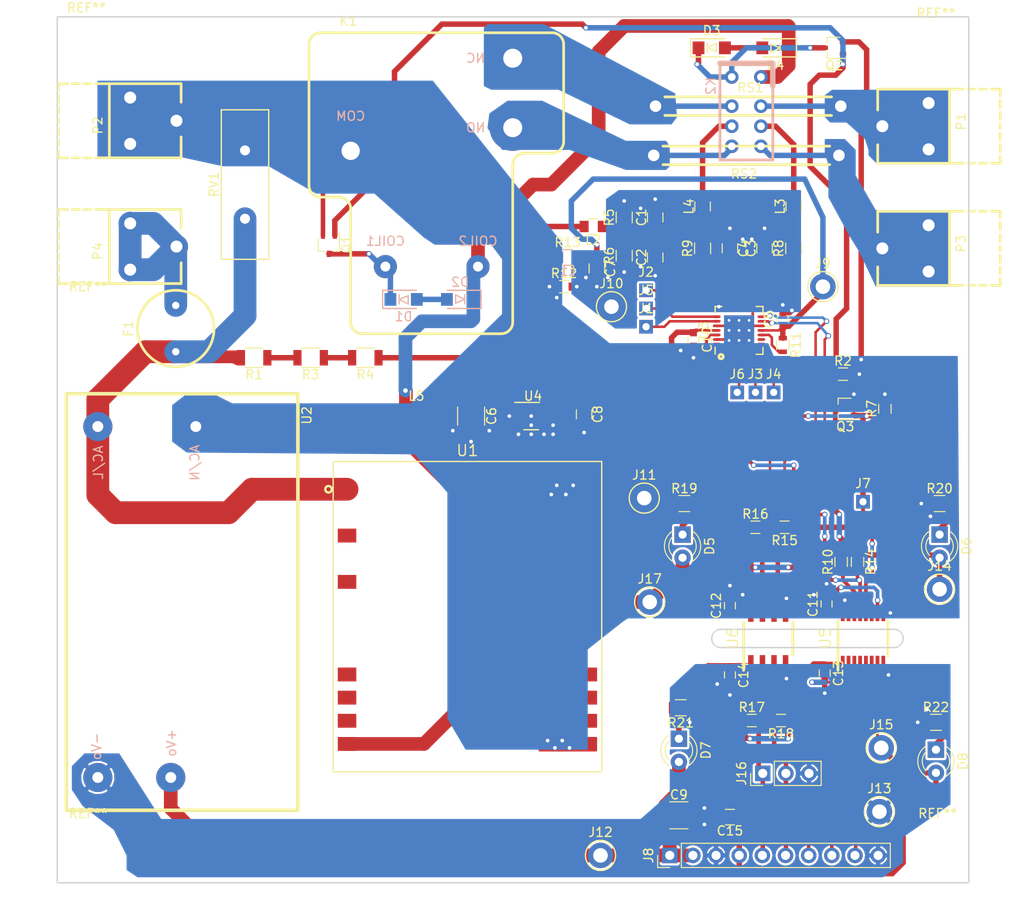
<source format=kicad_pcb>
(kicad_pcb (version 20201002) (generator pcbnew)
  (layers (0 "F.Cu" signal) (31 "B.Cu" signal) (34 "B.Paste" user) (35 "F.Paste" user) (36 "B.SilkS" user "B.Silkscreen") (37 "F.SilkS" user "F.Silkscreen") (38 "B.Mask" user) (39 "F.Mask" user) (44 "Edge.Cuts" user))
  (net 0 "")
  (net 1 "Net-(C1-Pad1)")
  (net 2 "GNDA")
  (net 3 "Net-(C2-Pad2)")
  (net 4 "Net-(C3-Pad1)")
  (net 5 "Net-(C4-Pad2)")
  (net 6 "+3.3VA")
  (net 7 "Net-(C6-Pad1)")
  (net 8 "GNDD")
  (net 9 "+3V3")
  (net 10 "+5V_ISO")
  (net 11 "GND")
  (net 12 "+3.3V_ISO")
  (net 13 "Net-(D1-Pad1)")
  (net 14 "+5V")
  (net 15 "Net-(D3-Pad1)")
  (net 16 "Net-(D5-Pad1)")
  (net 17 "Net-(D6-Pad1)")
  (net 18 "Net-(D7-Pad1)")
  (net 19 "Net-(D8-Pad1)")
  (net 20 "/Line_In")
  (net 21 "Net-(J1-Pad1)")
  (net 22 "Net-(J2-Pad1)")
  (net 23 "Net-(J3-Pad1)")
  (net 24 "Net-(J4-Pad1)")
  (net 25 "Net-(J5-Pad1)")
  (net 26 "Net-(J6-Pad1)")
  (net 27 "/MCP_EVENT")
  (net 28 "/SDA_ISO")
  (net 29 "/SCL_ISO")
  (net 30 "/SW_CTRL_ISO")
  (net 31 "/MCLR_ISO")
  (net 32 "/EVENT_ISO")
  (net 33 "Net-(K1-Pad4)")
  (net 34 "Net-(K1-Pad5)")
  (net 35 "Net-(K2-Pad3)")
  (net 36 "Net-(K2-Pad6)")
  (net 37 "Net-(L3-Pad1)")
  (net 38 "Net-(L4-Pad1)")
  (net 39 "/SW_CTRL_PROT")
  (net 40 "Net-(R1-Pad1)")
  (net 41 "Net-(R3-Pad1)")
  (net 42 "/SW_CRTL_RPI")
  (net 43 "Net-(R11-Pad2)")
  (net 44 "/MCP_MCLR")
  (net 45 "Net-(R15-Pad2)")
  (net 46 "Net-(R16-Pad2)")
  (net 47 "Net-(U1-Pad22)")
  (net 48 "Net-(U1-Pad3)")
  (net 49 "Net-(U1-Pad20)")
  (net 50 "Net-(U1-Pad5)")
  (net 51 "Net-(U1-Pad16)")
  (net 52 "Net-(U1-Pad9)")
  (net 53 "Net-(U1-Pad15)")
  (net 54 "Net-(U1-Pad10)")
  (net 55 "Net-(U1-Pad14)")
  (net 56 "Net-(U1-Pad11)")
  (net 57 "Net-(U3-Pad2)")
  (net 58 "Net-(U3-Pad3)")
  (net 59 "Net-(U3-Pad8)")
  (net 60 "Net-(U3-Pad9)")
  (net 61 "Net-(U3-Pad28)")
  (net 62 "Net-(U5-Pad11)")
  (net 63 "Net-(U5-Pad6)")
  (net 64 "Net-(D3-Pad2)")
  (net 65 "Net-(K2-Pad2)")
  (net 66 "Net-(K2-Pad4)")
  (net 67 "Net-(D1-Pad2)")
  (net 68 "/Line_fused")
  (net 69 "Net-(L2-Pad2)")
  (module "Capacitors_SMD:C_0805" (layer "F.Cu") (at 165.6 42 90)
    (fp_text reference "C1" (at 0 -1.5 90) (layer "F.SilkS"))
    (fp_text value "33nF 50V")
    (pad "1" smd rect (at -1 0 90) (size 1 1.25) (layers "F.Cu" "F.Paste" "F.Mask") (net 1 "Net-(C1-Pad1)"))
    (pad "2" smd rect (at 1 0 90) (size 1 1.25) (layers "F.Cu" "F.Paste" "F.Mask") (net 2 "GNDA"))
  )
  (module "Capacitors_SMD:C_0805" (layer "F.Cu") (at 165.6 46.4 90)
    (fp_text reference "C2" (at 0 -1.5 90) (layer "F.SilkS"))
    (fp_text value "33nF 50V")
    (pad "1" smd rect (at -1 0 90) (size 1 1.25) (layers "F.Cu" "F.Paste" "F.Mask") (net 2 "GNDA"))
    (pad "2" smd rect (at 1 0 90) (size 1 1.25) (layers "F.Cu" "F.Paste" "F.Mask") (net 3 "Net-(C2-Pad2)"))
  )
  (module "Capacitors_SMD:C_0805" (layer "F.Cu") (at 177.6 45.4 90)
    (fp_text reference "C3" (at 0 -1.5 90) (layer "F.SilkS"))
    (fp_text value "33nF 50V")
    (pad "1" smd rect (at -1 0 90) (size 1 1.25) (layers "F.Cu" "F.Paste" "F.Mask") (net 4 "Net-(C3-Pad1)"))
    (pad "2" smd rect (at 1 0 90) (size 1 1.25) (layers "F.Cu" "F.Paste" "F.Mask") (net 2 "GNDA"))
  )
  (module "Capacitors_SMD:C_0805" (layer "F.Cu") (at 173.8 45.4 -90)
    (fp_text reference "C4" (at 0 -1.5 -90) (layer "F.SilkS"))
    (fp_text value "33nF 50V")
    (pad "1" smd rect (at -1 0 270) (size 1 1.25) (layers "F.Cu" "F.Paste" "F.Mask") (net 2 "GNDA"))
    (pad "2" smd rect (at 1 0 270) (size 1 1.25) (layers "F.Cu" "F.Paste" "F.Mask") (net 5 "Net-(C4-Pad2)"))
  )
  (module "Capacitors_SMD:C_1210" (layer "F.Cu") (at 145.4 63.8 -90)
    (fp_text reference "C6" (at 0 -2.25 -90) (layer "F.SilkS"))
    (fp_text value "10uF 16V")
    (pad "1" smd rect (at -1.5 0 270) (size 1 2.5) (layers "F.Cu" "F.Paste" "F.Mask") (net 7 "Net-(C6-Pad1)"))
    (pad "2" smd rect (at 1.5 0 270) (size 1 2.5) (layers "F.Cu" "F.Paste" "F.Mask") (net 8 "GNDD"))
  )
  (module "Capacitors_SMD:C_0805" (layer "F.Cu") (at 159.2 47.6 -90)
    (fp_text reference "C7" (at 0 -1.5 -90) (layer "F.SilkS"))
    (fp_text value "2.2uF 25V")
    (pad "1" smd rect (at -1 0 270) (size 1 1.25) (layers "F.Cu" "F.Paste" "F.Mask") (net 6 "+3.3VA"))
    (pad "2" smd rect (at 1 0 270) (size 1 1.25) (layers "F.Cu" "F.Paste" "F.Mask") (net 2 "GNDA"))
  )
  (module "Capacitors_SMD:C_0805" (layer "F.Cu") (at 157.8 63.6 -90)
    (fp_text reference "C8" (at 0 -1.5 -90) (layer "F.SilkS"))
    (fp_text value "2.2uF 25V")
    (pad "1" smd rect (at -1 0 270) (size 1 1.25) (layers "F.Cu" "F.Paste" "F.Mask") (net 9 "+3V3"))
    (pad "2" smd rect (at 1 0 270) (size 1 1.25) (layers "F.Cu" "F.Paste" "F.Mask") (net 8 "GNDD"))
  )
  (module "Capacitors_SMD:C_1210" (layer "F.Cu") (at 168.2 107.6)
    (fp_text reference "C9" (at 0 -2.25) (layer "F.SilkS"))
    (fp_text value "10uF 16V")
    (pad "1" smd rect (at -1.5 0) (size 1 2.5) (layers "F.Cu" "F.Paste" "F.Mask") (net 10 "+5V_ISO"))
    (pad "2" smd rect (at 1.5 0) (size 1 2.5) (layers "F.Cu" "F.Paste" "F.Mask") (net 11 "GND"))
  )
  (module "nightmechanic_pcb:DO-219AB" (layer "F.Cu") (at 171.8 23.4)
    (fp_text reference "D3" (at 0 -1.9) (layer "F.SilkS"))
    (fp_text value "15V 1W")
    (pad "1" smd rect (at -1.45 0) (size 1.3 1.4) (layers "F.Cu" "F.Paste" "F.Mask") (net 15 "Net-(D3-Pad1)"))
    (pad "2" smd rect (at 1.45 0) (size 1.3 1.4) (layers "F.Cu" "F.Paste" "F.Mask") (net 64 "Net-(D3-Pad2)"))
  )
  (module "nightmechanic_pcb:DO-219AB" (layer "F.Cu") (at 178.8 23.4 180)
    (fp_text reference "D4" (at 0 -1.9 180) (layer "F.SilkS"))
    (fp_text value "40V 1A")
    (pad "1" smd rect (at -1.45 0 180) (size 1.3 1.4) (layers "F.Cu" "F.Paste" "F.Mask") (net 14 "+5V"))
    (pad "2" smd rect (at 1.45 0 180) (size 1.3 1.4) (layers "F.Cu" "F.Paste" "F.Mask") (net 64 "Net-(D3-Pad2)"))
  )
  (module "LEDs:LED_D3.0mm" (layer "F.Cu") (at 168.6 76.8 -90)
    (fp_text reference "D5" (at 1.27 -2.96 -90) (layer "F.SilkS"))
    (fp_text value "LED")
    (pad "1" thru_hole rect (at 0 0 270) (size 1.8 1.8) (drill 0.9) (layers *.Cu *.Mask) (net 16 "Net-(D5-Pad1)"))
    (pad "2" thru_hole circle (at 2.54 0 270) (size 1.8 1.8) (drill 0.9) (layers *.Cu *.Mask) (net 14 "+5V"))
  )
  (module "LEDs:LED_D3.0mm" (layer "F.Cu") (at 196.8 76.8 -90)
    (fp_text reference "D6" (at 1.27 -2.96 -90) (layer "F.SilkS"))
    (fp_text value "LED")
    (pad "1" thru_hole rect (at 0 0 270) (size 1.8 1.8) (drill 0.9) (layers *.Cu *.Mask) (net 17 "Net-(D6-Pad1)"))
    (pad "2" thru_hole circle (at 2.54 0 270) (size 1.8 1.8) (drill 0.9) (layers *.Cu *.Mask) (net 9 "+3V3"))
  )
  (module "LEDs:LED_D3.0mm" (layer "F.Cu") (at 168.2 99.2 -90)
    (fp_text reference "D7" (at 1.27 -2.96 -90) (layer "F.SilkS"))
    (fp_text value "LED")
    (pad "1" thru_hole rect (at 0 0 270) (size 1.8 1.8) (drill 0.9) (layers *.Cu *.Mask) (net 18 "Net-(D7-Pad1)"))
    (pad "2" thru_hole circle (at 2.54 0 270) (size 1.8 1.8) (drill 0.9) (layers *.Cu *.Mask) (net 10 "+5V_ISO"))
  )
  (module "LEDs:LED_D3.0mm" (layer "F.Cu") (at 196.4 100.4 -90)
    (fp_text reference "D8" (at 1.27 -2.96 -90) (layer "F.SilkS"))
    (fp_text value "LED")
    (pad "1" thru_hole rect (at 0 0 270) (size 1.8 1.8) (drill 0.9) (layers *.Cu *.Mask) (net 19 "Net-(D8-Pad1)"))
    (pad "2" thru_hole circle (at 2.54 0 270) (size 1.8 1.8) (drill 0.9) (layers *.Cu *.Mask) (net 12 "+3.3V_ISO"))
  )
  (module "nightmechanic_pcb:Bel_MRT_Fuse" (layer "F.Cu") (at 113 54.2 90)
    (fp_text reference "F1" (at 0 -5.2 90) (layer "F.SilkS"))
    (fp_text value "Fuse")
    (pad "1" thru_hole circle (at -2.54 0 90) (size 1.8 1.8) (drill 0.8) (layers *.Cu *.Mask) (net 68 "/Line_fused"))
    (pad "2" thru_hole circle (at 2.54 0 90) (size 1.8 1.8) (drill 0.8) (layers *.Cu *.Mask) (net 20 "/Line_In"))
  )
  (module "Measurement_Points:Measurement_Point_Square-TH_Small" (layer "F.Cu") (at 164.6 54)
    (fp_text reference "J1" (at 0 -2) (layer "F.SilkS"))
    (fp_text value "Conn_01x01")
    (pad "1" thru_hole rect (at 0 0) (size 1.5 1.5) (drill 0.8) (layers *.Cu *.Mask) (net 21 "Net-(J1-Pad1)"))
  )
  (module "Measurement_Points:Measurement_Point_Square-TH_Small" (layer "F.Cu") (at 164.6 50)
    (fp_text reference "J2" (at 0 -2) (layer "F.SilkS"))
    (fp_text value "Conn_01x01")
    (pad "1" thru_hole rect (at 0 0) (size 1.5 1.5) (drill 0.8) (layers *.Cu *.Mask) (net 22 "Net-(J2-Pad1)"))
  )
  (module "Measurement_Points:Measurement_Point_Square-TH_Small" (layer "F.Cu") (at 176.6 61.2)
    (fp_text reference "J3" (at 0 -2) (layer "F.SilkS"))
    (fp_text value "Conn_01x01")
    (pad "1" thru_hole rect (at 0 0) (size 1.5 1.5) (drill 0.8) (layers *.Cu *.Mask) (net 23 "Net-(J3-Pad1)"))
  )
  (module "Measurement_Points:Measurement_Point_Square-TH_Small" (layer "F.Cu") (at 178.6 61.2)
    (fp_text reference "J4" (at 0 -2) (layer "F.SilkS"))
    (fp_text value "Conn_01x01")
    (pad "1" thru_hole rect (at 0 0) (size 1.5 1.5) (drill 0.8) (layers *.Cu *.Mask) (net 24 "Net-(J4-Pad1)"))
  )
  (module "Measurement_Points:Measurement_Point_Square-TH_Small" (layer "F.Cu") (at 164.6 52)
    (fp_text reference "J5" (at 0 -2) (layer "F.SilkS"))
    (fp_text value "Conn_01x01")
    (pad "1" thru_hole rect (at 0 0) (size 1.5 1.5) (drill 0.8) (layers *.Cu *.Mask) (net 25 "Net-(J5-Pad1)"))
  )
  (module "Measurement_Points:Measurement_Point_Square-TH_Small" (layer "F.Cu") (at 174.6 61.2)
    (fp_text reference "J6" (at 0 -2) (layer "F.SilkS"))
    (fp_text value "Conn_01x01")
    (pad "1" thru_hole rect (at 0 0) (size 1.5 1.5) (drill 0.8) (layers *.Cu *.Mask) (net 26 "Net-(J6-Pad1)"))
  )
  (module "Measurement_Points:Measurement_Point_Square-TH_Small" (layer "F.Cu") (at 188.4 73.2)
    (fp_text reference "J7" (at 0 -2) (layer "F.SilkS"))
    (fp_text value "Conn_01x01")
    (pad "1" thru_hole rect (at 0 0) (size 1.5 1.5) (drill 0.8) (layers *.Cu *.Mask) (net 27 "/MCP_EVENT"))
  )
  (module "Pin_Headers:Pin_Header_Straight_1x10_Pitch2.54mm" (layer "F.Cu") (at 167.2 112 90)
    (fp_text reference "J8" (at 0 -2.33 90) (layer "F.SilkS"))
    (fp_text value "Conn_01x10")
    (pad "1" thru_hole rect (at 0 0 90) (size 1.7 1.7) (drill 1) (layers *.Cu *.Mask) (net 10 "+5V_ISO"))
    (pad "2" thru_hole oval (at 0 2.54 90) (size 1.7 1.7) (drill 1) (layers *.Cu *.Mask) (net 10 "+5V_ISO"))
    (pad "3" thru_hole oval (at 0 5.08 90) (size 1.7 1.7) (drill 1) (layers *.Cu *.Mask) (net 11 "GND"))
    (pad "4" thru_hole oval (at 0 7.62 90) (size 1.7 1.7) (drill 1) (layers *.Cu *.Mask) (net 12 "+3.3V_ISO"))
    (pad "5" thru_hole oval (at 0 10.16 90) (size 1.7 1.7) (drill 1) (layers *.Cu *.Mask) (net 28 "/SDA_ISO"))
    (pad "6" thru_hole oval (at 0 12.7 90) (size 1.7 1.7) (drill 1) (layers *.Cu *.Mask) (net 29 "/SCL_ISO"))
    (pad "7" thru_hole oval (at 0 15.24 90) (size 1.7 1.7) (drill 1) (layers *.Cu *.Mask) (net 30 "/SW_CTRL_ISO"))
    (pad "8" thru_hole oval (at 0 17.78 90) (size 1.7 1.7) (drill 1) (layers *.Cu *.Mask) (net 31 "/MCLR_ISO"))
    (pad "9" thru_hole oval (at 0 20.32 90) (size 1.7 1.7) (drill 1) (layers *.Cu *.Mask) (net 32 "/EVENT_ISO"))
    (pad "10" thru_hole oval (at 0 22.86 90) (size 1.7 1.7) (drill 1) (layers *.Cu *.Mask) (net 11 "GND"))
  )
  (module "nightmechanic_pcb:Keystone_50XX_TP" (layer "F.Cu") (at 184 49.6)
    (fp_text reference "J9" (at 0 -2.54) (layer "F.SilkS"))
    (fp_text value "TEST_1P")
    (pad "1" thru_hole circle (at 0 0) (size 2.8 2.8) (drill 1.6) (layers *.Cu *.Mask) (net 6 "+3.3VA"))
  )
  (module "nightmechanic_pcb:Keystone_50XX_TP" (layer "F.Cu") (at 160.8 51.8)
    (fp_text reference "J10" (at 0 -2.54) (layer "F.SilkS"))
    (fp_text value "TEST_1P")
    (pad "1" thru_hole circle (at 0 0) (size 2.8 2.8) (drill 1.6) (layers *.Cu *.Mask) (net 2 "GNDA"))
  )
  (module "nightmechanic_pcb:Keystone_50XX_TP" (layer "F.Cu") (at 164.4 72.8)
    (fp_text reference "J11" (at 0 -2.54) (layer "F.SilkS"))
    (fp_text value "TEST_1P")
    (pad "1" thru_hole circle (at 0 0) (size 2.8 2.8) (drill 1.6) (layers *.Cu *.Mask) (net 8 "GNDD"))
  )
  (module "nightmechanic_pcb:Keystone_50XX_TP" (layer "F.Cu") (at 159.6 112)
    (fp_text reference "J12" (at 0 -2.54) (layer "F.SilkS"))
    (fp_text value "TEST_1P")
    (pad "1" thru_hole circle (at 0 0) (size 2.8 2.8) (drill 1.6) (layers *.Cu *.Mask) (net 10 "+5V_ISO"))
  )
  (module "nightmechanic_pcb:Keystone_50XX_TP" (layer "F.Cu") (at 190.2 107.2)
    (fp_text reference "J13" (at 0 -2.54) (layer "F.SilkS"))
    (fp_text value "TEST_1P")
    (pad "1" thru_hole circle (at 0 0) (size 2.8 2.8) (drill 1.6) (layers *.Cu *.Mask) (net 11 "GND"))
  )
  (module "nightmechanic_pcb:Keystone_50XX_TP" (layer "F.Cu") (at 196.8 82.8)
    (fp_text reference "J14" (at 0 -2.54) (layer "F.SilkS"))
    (fp_text value "TEST_1P")
    (pad "1" thru_hole circle (at 0 0) (size 2.8 2.8) (drill 1.6) (layers *.Cu *.Mask) (net 9 "+3V3"))
  )
  (module "nightmechanic_pcb:Keystone_50XX_TP" (layer "F.Cu") (at 190.4 100.2)
    (fp_text reference "J15" (at 0 -2.54) (layer "F.SilkS"))
    (fp_text value "TEST_1P")
    (pad "1" thru_hole circle (at 0 0) (size 2.8 2.8) (drill 1.6) (layers *.Cu *.Mask) (net 12 "+3.3V_ISO"))
  )
  (module "Pin_Headers:Pin_Header_Straight_1x03_Pitch2.54mm" (layer "F.Cu") (at 177.4 103 90)
    (fp_text reference "J16" (at 0 -2.33 90) (layer "F.SilkS"))
    (fp_text value "Conn_01x03")
    (pad "1" thru_hole rect (at 0 0 90) (size 1.7 1.7) (drill 1) (layers *.Cu *.Mask) (net 28 "/SDA_ISO"))
    (pad "2" thru_hole oval (at 0 2.54 90) (size 1.7 1.7) (drill 1) (layers *.Cu *.Mask) (net 29 "/SCL_ISO"))
    (pad "3" thru_hole oval (at 0 5.08 90) (size 1.7 1.7) (drill 1) (layers *.Cu *.Mask) (net 11 "GND"))
  )
  (module "nightmechanic_pcb:TE_T9AS_code1" (layer "F.Cu") (at 136 47.4)
    (fp_text reference "K1" (at -4.064 -26.924) (layer "F.SilkS"))
    (fp_text value "T9AS5D12-5")
    (fp_text user "COIL1" (at 0 -2.794) (layer "B.SilkS") (effects (justify mirror)))
    (fp_text user "COIL2" (at 10.16 -2.794) (layer "B.SilkS") (effects (justify mirror)))
    (fp_text user "COM" (at -3.81 -16.51) (layer "B.SilkS") (effects (justify mirror)))
    (fp_text user "NO" (at 9.906 -15.24) (layer "B.SilkS") (effects (justify mirror)))
    (fp_text user "NC" (at 9.906 -22.86) (layer "B.SilkS") (effects (justify mirror)))
    (pad "1" thru_hole circle (at 0 0) (size 2.54 2.54) (drill 1.0922) (layers *.Cu *.Mask) (net 13 "Net-(D1-Pad1)"))
    (pad "2" thru_hole circle (at 10.16 0) (size 2.54 2.54) (drill 1.0922) (layers *.Cu *.Mask) (net 14 "+5V"))
    (pad "3" thru_hole circle (at -3.81 -12.7) (size 5.08 5.08) (drill 2.0066) (layers *.Cu *.Mask) (net 8 "GNDD"))
    (pad "4" thru_hole circle (at 13.97 -22.86) (size 5.08 5.08) (drill 2.0828) (layers *.Cu *.Mask) (net 33 "Net-(K1-Pad4)"))
    (pad "5" thru_hole circle (at 13.97 -15.24) (size 5.08 5.08) (drill 2.0828) (layers *.Cu *.Mask) (net 34 "Net-(K1-Pad5)"))
  )
  (module "Capacitors_SMD:C_0805" (layer "F.Cu") (at 158.8 43 180)
    (fp_text reference "L2" (at 0 -1.5 180) (layer "F.SilkS"))
    (fp_text value "FB 300ohm")
    (pad "1" smd rect (at -1 0 180) (size 1 1.25) (layers "F.Cu" "F.Paste" "F.Mask") (net 1 "Net-(C1-Pad1)"))
    (pad "2" smd rect (at 1 0 180) (size 1 1.25) (layers "F.Cu" "F.Paste" "F.Mask") (net 69 "Net-(L2-Pad2)"))
  )
  (module "Capacitors_SMD:C_0805" (layer "F.Cu") (at 180.8 40.8 90)
    (fp_text reference "L3" (at 0 -1.5 90) (layer "F.SilkS"))
    (fp_text value "FB 300ohm")
    (pad "1" smd rect (at -1 0 90) (size 1 1.25) (layers "F.Cu" "F.Paste" "F.Mask") (net 37 "Net-(L3-Pad1)"))
    (pad "2" smd rect (at 1 0 90) (size 1 1.25) (layers "F.Cu" "F.Paste" "F.Mask") (net 35 "Net-(K2-Pad3)"))
  )
  (module "Capacitors_SMD:C_0805" (layer "F.Cu") (at 170.8 40.8 90)
    (fp_text reference "L4" (at 0 -1.5 90) (layer "F.SilkS"))
    (fp_text value "FB 300ohm")
    (pad "1" smd rect (at -1 0 90) (size 1 1.25) (layers "F.Cu" "F.Paste" "F.Mask") (net 38 "Net-(L4-Pad1)"))
    (pad "2" smd rect (at 1 0 90) (size 1 1.25) (layers "F.Cu" "F.Paste" "F.Mask") (net 36 "Net-(K2-Pad6)"))
  )
  (module "nightmechanic_pcb:Murata_8200" (layer "F.Cu") (at 139.4 63.8)
    (fp_text reference "L5" (at 0 -2.2) (layer "F.SilkS"))
    (fp_text value "22uH")
    (pad "1" smd rect (at -1.15 0) (size 1.52 3.05) (layers "F.Cu" "F.Paste" "F.Mask") (net 14 "+5V"))
    (pad "2" smd rect (at 1.15 0) (size 1.52 3.05) (layers "F.Cu" "F.Paste" "F.Mask") (net 7 "Net-(C6-Pad1)"))
  )
  (module "nightmechanic_pcb:Keystone_4912" (layer "F.Cu") (at 195.6 32 90)
    (fp_text reference "P1" (at 0.508 3.556 90) (layer "F.SilkS"))
    (fp_text value "Keystone_4912")
    (pad "1" thru_hole circle (at -2.54 0 90) (size 2.54 2.54) (drill 1.3208) (layers *.Cu *.Mask) (net 65 "Net-(K2-Pad2)"))
    (pad "1" thru_hole circle (at 2.54 0 90) (size 2.54 2.54) (drill 1.3208) (layers *.Cu *.Mask) (net 65 "Net-(K2-Pad2)"))
    (pad "1" thru_hole circle (at 0 -5.08 90) (size 2.54 2.54) (drill 1.3208) (layers *.Cu *.Mask) (net 65 "Net-(K2-Pad2)"))
  )
  (module "nightmechanic_pcb:Keystone_4912" (layer "F.Cu") (at 108 31.4 -90)
    (fp_text reference "P2" (at 0.508 3.556 -90) (layer "F.SilkS"))
    (fp_text value "Keystone_4912")
    (pad "1" thru_hole circle (at 0 -5.08 270) (size 2.54 2.54) (drill 1.3208) (layers *.Cu *.Mask) (net 8 "GNDD"))
    (pad "1" thru_hole circle (at 2.54 0 270) (size 2.54 2.54) (drill 1.3208) (layers *.Cu *.Mask) (net 8 "GNDD"))
    (pad "1" thru_hole circle (at -2.54 0 270) (size 2.54 2.54) (drill 1.3208) (layers *.Cu *.Mask) (net 8 "GNDD"))
  )
  (module "nightmechanic_pcb:Keystone_4912" (layer "F.Cu") (at 195.6 45.4 90)
    (fp_text reference "P3" (at 0.508 3.556 90) (layer "F.SilkS"))
    (fp_text value "Keystone_4912")
    (pad "1" thru_hole circle (at 0 -5.08 90) (size 2.54 2.54) (drill 1.3208) (layers *.Cu *.Mask) (net 66 "Net-(K2-Pad4)"))
    (pad "1" thru_hole circle (at 2.54 0 90) (size 2.54 2.54) (drill 1.3208) (layers *.Cu *.Mask) (net 66 "Net-(K2-Pad4)"))
    (pad "1" thru_hole circle (at -2.54 0 90) (size 2.54 2.54) (drill 1.3208) (layers *.Cu *.Mask) (net 66 "Net-(K2-Pad4)"))
  )
  (module "nightmechanic_pcb:Keystone_4912" (layer "F.Cu") (at 108 45.2 -90)
    (fp_text reference "P4" (at 0.508 3.556 -90) (layer "F.SilkS"))
    (fp_text value "Keystone_4912")
    (pad "1" thru_hole circle (at 2.54 0 270) (size 2.54 2.54) (drill 1.3208) (layers *.Cu *.Mask) (net 20 "/Line_In"))
    (pad "1" thru_hole circle (at 0 -5.08 270) (size 2.54 2.54) (drill 1.3208) (layers *.Cu *.Mask) (net 20 "/Line_In"))
    (pad "1" thru_hole circle (at -2.54 0 270) (size 2.54 2.54) (drill 1.3208) (layers *.Cu *.Mask) (net 20 "/Line_In"))
  )
  (module "TO_SOT_Packages_SMD:SOT-323_SC-70" (layer "F.Cu") (at 129.8 45 -90)
    (fp_text reference "Q1" (at -0.05 -1.95 -90) (layer "F.SilkS"))
    (fp_text value "DMN3067LW")
    (pad "1" smd rect (at -1 -0.65 180) (size 0.45 0.7) (layers "F.Cu" "F.Paste" "F.Mask") (net 39 "/SW_CTRL_PROT"))
    (pad "2" smd rect (at -1 0.65 180) (size 0.45 0.7) (layers "F.Cu" "F.Paste" "F.Mask") (net 8 "GNDD"))
    (pad "3" smd rect (at 1 0 180) (size 0.45 0.7) (layers "F.Cu" "F.Paste" "F.Mask") (net 13 "Net-(D1-Pad1)"))
  )
  (module "TO_SOT_Packages_SMD:SOT-323_SC-70" (layer "F.Cu") (at 185.2 23.4 180)
    (fp_text reference "Q2" (at -0.05 -1.95 180) (layer "F.SilkS"))
    (fp_text value "DMN3067LW")
    (pad "1" smd rect (at -1 -0.65 90) (size 0.45 0.7) (layers "F.Cu" "F.Paste" "F.Mask") (net 39 "/SW_CTRL_PROT"))
    (pad "2" smd rect (at -1 0.65 90) (size 0.45 0.7) (layers "F.Cu" "F.Paste" "F.Mask") (net 8 "GNDD"))
    (pad "3" smd rect (at 1 0 90) (size 0.45 0.7) (layers "F.Cu" "F.Paste" "F.Mask") (net 15 "Net-(D3-Pad1)"))
  )
  (module "TO_SOT_Packages_SMD:SOT-323_SC-70" (layer "F.Cu") (at 186.4 63 180)
    (fp_text reference "Q3" (at -0.05 -1.95 180) (layer "F.SilkS"))
    (fp_text value "DMN3067LW")
    (pad "1" smd rect (at -1 -0.65 90) (size 0.45 0.7) (layers "F.Cu" "F.Paste" "F.Mask") (net 27 "/MCP_EVENT"))
    (pad "2" smd rect (at -1 0.65 90) (size 0.45 0.7) (layers "F.Cu" "F.Paste" "F.Mask") (net 8 "GNDD"))
    (pad "3" smd rect (at 1 0 90) (size 0.45 0.7) (layers "F.Cu" "F.Paste" "F.Mask") (net 39 "/SW_CTRL_PROT"))
  )
  (module "Resistors_SMD:R_1206" (layer "F.Cu") (at 121.6 57.4 180)
    (fp_text reference "R1" (at 0 -1.85 180) (layer "F.SilkS"))
    (fp_text value "330k")
    (pad "1" smd rect (at -1.45 0 180) (size 0.9 1.7) (layers "F.Cu" "F.Paste" "F.Mask") (net 40 "Net-(R1-Pad1)"))
    (pad "2" smd rect (at 1.45 0 180) (size 0.9 1.7) (layers "F.Cu" "F.Paste" "F.Mask") (net 68 "/Line_fused"))
  )
  (module "Resistors_SMD:R_0603" (layer "F.Cu") (at 186.2 59.2)
    (fp_text reference "R2" (at 0 -1.45) (layer "F.SilkS"))
    (fp_text value "10k")
    (pad "1" smd rect (at -0.75 0) (size 0.5 0.9) (layers "F.Cu" "F.Paste" "F.Mask") (net 39 "/SW_CTRL_PROT"))
    (pad "2" smd rect (at 0.75 0) (size 0.5 0.9) (layers "F.Cu" "F.Paste" "F.Mask") (net 8 "GNDD"))
  )
  (module "Resistors_SMD:R_1206" (layer "F.Cu") (at 127.8 57.4 180)
    (fp_text reference "R3" (at 0 -1.85 180) (layer "F.SilkS"))
    (fp_text value "330k")
    (pad "1" smd rect (at -1.45 0 180) (size 0.9 1.7) (layers "F.Cu" "F.Paste" "F.Mask") (net 41 "Net-(R3-Pad1)"))
    (pad "2" smd rect (at 1.45 0 180) (size 0.9 1.7) (layers "F.Cu" "F.Paste" "F.Mask") (net 40 "Net-(R1-Pad1)"))
  )
  (module "Resistors_SMD:R_1206" (layer "F.Cu") (at 133.8 57.4 180)
    (fp_text reference "R4" (at 0 -1.85 180) (layer "F.SilkS"))
    (fp_text value "330k")
    (pad "1" smd rect (at -1.45 0 180) (size 0.9 1.7) (layers "F.Cu" "F.Paste" "F.Mask") (net 69 "Net-(L2-Pad2)"))
    (pad "2" smd rect (at 1.45 0 180) (size 0.9 1.7) (layers "F.Cu" "F.Paste" "F.Mask") (net 41 "Net-(R3-Pad1)"))
  )
  (module "Resistors_SMD:R_0805" (layer "F.Cu") (at 162.2 42 90)
    (fp_text reference "R5" (at 0 -1.65 90) (layer "F.SilkS"))
    (fp_text value "1.5k")
    (pad "1" smd rect (at -0.95 0 90) (size 0.7 1.3) (layers "F.Cu" "F.Paste" "F.Mask") (net 1 "Net-(C1-Pad1)"))
    (pad "2" smd rect (at 0.95 0 90) (size 0.7 1.3) (layers "F.Cu" "F.Paste" "F.Mask") (net 2 "GNDA"))
  )
  (module "Resistors_SMD:R_0805" (layer "F.Cu") (at 162.2 46.2 90)
    (fp_text reference "R6" (at 0 -1.65 90) (layer "F.SilkS"))
    (fp_text value "1.5k")
    (pad "1" smd rect (at -0.95 0 90) (size 0.7 1.3) (layers "F.Cu" "F.Paste" "F.Mask") (net 2 "GNDA"))
    (pad "2" smd rect (at 0.95 0 90) (size 0.7 1.3) (layers "F.Cu" "F.Paste" "F.Mask") (net 3 "Net-(C2-Pad2)"))
  )
  (module "Resistors_SMD:R_0603" (layer "F.Cu") (at 190.8 63 90)
    (fp_text reference "R7" (at 0 -1.45 90) (layer "F.SilkS"))
    (fp_text value "10k")
    (pad "1" smd rect (at -0.75 0 90) (size 0.5 0.9) (layers "F.Cu" "F.Paste" "F.Mask") (net 27 "/MCP_EVENT"))
    (pad "2" smd rect (at 0.75 0 90) (size 0.5 0.9) (layers "F.Cu" "F.Paste" "F.Mask") (net 8 "GNDD"))
  )
  (module "Resistors_SMD:R_0805" (layer "F.Cu") (at 180.8 45.4 90)
    (fp_text reference "R8" (at 0 -1.65 90) (layer "F.SilkS"))
    (fp_text value "1.5k")
    (pad "1" smd rect (at -0.95 0 90) (size 0.7 1.3) (layers "F.Cu" "F.Paste" "F.Mask") (net 4 "Net-(C3-Pad1)"))
    (pad "2" smd rect (at 0.95 0 90) (size 0.7 1.3) (layers "F.Cu" "F.Paste" "F.Mask") (net 37 "Net-(L3-Pad1)"))
  )
  (module "Resistors_SMD:R_0805" (layer "F.Cu") (at 170.8 45.4 90)
    (fp_text reference "R9" (at 0 -1.65 90) (layer "F.SilkS"))
    (fp_text value "1.5k")
    (pad "1" smd rect (at -0.95 0 90) (size 0.7 1.3) (layers "F.Cu" "F.Paste" "F.Mask") (net 5 "Net-(C4-Pad2)"))
    (pad "2" smd rect (at 0.95 0 90) (size 0.7 1.3) (layers "F.Cu" "F.Paste" "F.Mask") (net 38 "Net-(L4-Pad1)"))
  )
  (module "Resistors_SMD:R_0603" (layer "F.Cu") (at 186 79.8 90)
    (fp_text reference "R10" (at 0 -1.45 90) (layer "F.SilkS"))
    (fp_text value "2.2k")
    (pad "1" smd rect (at -0.75 0 90) (size 0.5 0.9) (layers "F.Cu" "F.Paste" "F.Mask") (net 42 "/SW_CRTL_RPI"))
    (pad "2" smd rect (at 0.75 0 90) (size 0.5 0.9) (layers "F.Cu" "F.Paste" "F.Mask") (net 39 "/SW_CTRL_PROT"))
  )
  (module "Resistors_SMD:R_0603" (layer "F.Cu") (at 179.6 56 -90)
    (fp_text reference "R11" (at 0 -1.45 -90) (layer "F.SilkS"))
    (fp_text value "4.7k")
    (pad "1" smd rect (at -0.75 0 270) (size 0.5 0.9) (layers "F.Cu" "F.Paste" "F.Mask") (net 6 "+3.3VA"))
    (pad "2" smd rect (at 0.75 0 270) (size 0.5 0.9) (layers "F.Cu" "F.Paste" "F.Mask") (net 43 "Net-(R11-Pad2)"))
  )
  (module "Resistors_SMD:R_0603" (layer "F.Cu") (at 155.6 49.6)
    (fp_text reference "R12" (at 0 -1.45) (layer "F.SilkS"))
    (fp_text value "0R")
    (pad "1" smd rect (at -0.75 0) (size 0.5 0.9) (layers "F.Cu" "F.Paste" "F.Mask") (net 8 "GNDD"))
    (pad "2" smd rect (at 0.75 0) (size 0.5 0.9) (layers "F.Cu" "F.Paste" "F.Mask") (net 2 "GNDA"))
  )
  (module "Resistors_SMD:R_0805" (layer "F.Cu") (at 156 46.4)
    (fp_text reference "R13" (at 0 -1.65) (layer "F.SilkS"))
    (fp_text value "10R")
    (pad "1" smd rect (at -0.95 0) (size 0.7 1.3) (layers "F.Cu" "F.Paste" "F.Mask") (net 9 "+3V3"))
    (pad "2" smd rect (at 0.95 0) (size 0.7 1.3) (layers "F.Cu" "F.Paste" "F.Mask") (net 6 "+3.3VA"))
  )
  (module "Resistors_SMD:R_0603" (layer "F.Cu") (at 187.8 79.8 -90)
    (fp_text reference "R14" (at 0 -1.45 -90) (layer "F.SilkS"))
    (fp_text value "4.7k")
    (pad "1" smd rect (at -0.75 0 270) (size 0.5 0.9) (layers "F.Cu" "F.Paste" "F.Mask") (net 9 "+3V3"))
    (pad "2" smd rect (at 0.75 0 270) (size 0.5 0.9) (layers "F.Cu" "F.Paste" "F.Mask") (net 44 "/MCP_MCLR"))
  )
  (module "Resistors_SMD:R_0603" (layer "F.Cu") (at 179.8 76 180)
    (fp_text reference "R15" (at 0 -1.45 180) (layer "F.SilkS"))
    (fp_text value "2.2k")
    (pad "1" smd rect (at -0.75 0 180) (size 0.5 0.9) (layers "F.Cu" "F.Paste" "F.Mask") (net 9 "+3V3"))
    (pad "2" smd rect (at 0.75 0 180) (size 0.5 0.9) (layers "F.Cu" "F.Paste" "F.Mask") (net 45 "Net-(R15-Pad2)"))
  )
  (module "Resistors_SMD:R_0603" (layer "F.Cu") (at 176.6 76)
    (fp_text reference "R16" (at 0 -1.45) (layer "F.SilkS"))
    (fp_text value "2.2k")
    (pad "1" smd rect (at -0.75 0) (size 0.5 0.9) (layers "F.Cu" "F.Paste" "F.Mask") (net 9 "+3V3"))
    (pad "2" smd rect (at 0.75 0) (size 0.5 0.9) (layers "F.Cu" "F.Paste" "F.Mask") (net 46 "Net-(R16-Pad2)"))
  )
  (module "Resistors_SMD:R_0603" (layer "F.Cu") (at 176.2 97.2)
    (fp_text reference "R17" (at 0 -1.45) (layer "F.SilkS"))
    (fp_text value "2.2k")
    (pad "1" smd rect (at -0.75 0) (size 0.5 0.9) (layers "F.Cu" "F.Paste" "F.Mask") (net 12 "+3.3V_ISO"))
    (pad "2" smd rect (at 0.75 0) (size 0.5 0.9) (layers "F.Cu" "F.Paste" "F.Mask") (net 28 "/SDA_ISO"))
  )
  (module "Resistors_SMD:R_0603" (layer "F.Cu") (at 179.4 97.2 180)
    (fp_text reference "R18" (at 0 -1.45 180) (layer "F.SilkS"))
    (fp_text value "2.2k")
    (pad "1" smd rect (at -0.75 0 180) (size 0.5 0.9) (layers "F.Cu" "F.Paste" "F.Mask") (net 12 "+3.3V_ISO"))
    (pad "2" smd rect (at 0.75 0 180) (size 0.5 0.9) (layers "F.Cu" "F.Paste" "F.Mask") (net 29 "/SCL_ISO"))
  )
  (module "Resistors_SMD:R_0805" (layer "F.Cu") (at 168.8 73.4)
    (fp_text reference "R19" (at 0 -1.65) (layer "F.SilkS"))
    (fp_text value "300R")
    (pad "1" smd rect (at -0.95 0) (size 0.7 1.3) (layers "F.Cu" "F.Paste" "F.Mask") (net 8 "GNDD"))
    (pad "2" smd rect (at 0.95 0) (size 0.7 1.3) (layers "F.Cu" "F.Paste" "F.Mask") (net 16 "Net-(D5-Pad1)"))
  )
  (module "Resistors_SMD:R_0805" (layer "F.Cu") (at 196.8 73.4)
    (fp_text reference "R20" (at 0 -1.65) (layer "F.SilkS"))
    (fp_text value "120R")
    (pad "1" smd rect (at -0.95 0) (size 0.7 1.3) (layers "F.Cu" "F.Paste" "F.Mask") (net 8 "GNDD"))
    (pad "2" smd rect (at 0.95 0) (size 0.7 1.3) (layers "F.Cu" "F.Paste" "F.Mask") (net 17 "Net-(D6-Pad1)"))
  )
  (module "Resistors_SMD:R_0805" (layer "F.Cu") (at 168.4 95.8 180)
    (fp_text reference "R21" (at 0 -1.65 180) (layer "F.SilkS"))
    (fp_text value "300R")
    (pad "1" smd rect (at -0.95 0 180) (size 0.7 1.3) (layers "F.Cu" "F.Paste" "F.Mask") (net 11 "GND"))
    (pad "2" smd rect (at 0.95 0 180) (size 0.7 1.3) (layers "F.Cu" "F.Paste" "F.Mask") (net 18 "Net-(D7-Pad1)"))
  )
  (module "Resistors_SMD:R_0805" (layer "F.Cu") (at 196.4 97.4)
    (fp_text reference "R22" (at 0 -1.65) (layer "F.SilkS"))
    (fp_text value "120R")
    (pad "1" smd rect (at -0.95 0) (size 0.7 1.3) (layers "F.Cu" "F.Paste" "F.Mask") (net 11 "GND"))
    (pad "2" smd rect (at 0.95 0) (size 0.7 1.3) (layers "F.Cu" "F.Paste" "F.Mask") (net 19 "Net-(D8-Pad1)"))
  )
  (module "nightmechanic_pcb:TE_OAR5" (layer "F.Cu") (at 175.8 29.8 -90)
    (fp_text reference "RS1" (at -2.032 -0.254) (layer "F.SilkS"))
    (fp_text value "OAR5R005")
    (pad "1" thru_hole circle (at 0 -10.16 270) (size 2.54 2.54) (drill 1.27) (layers *.Cu *.Mask) (net 65 "Net-(K2-Pad2)"))
    (pad "2" thru_hole circle (at 0 10.16 270) (size 2.54 2.54) (drill 1.27) (layers *.Cu *.Mask) (net 33 "Net-(K1-Pad4)"))
  )
  (module "nightmechanic_pcb:TE_OAR5" (layer "F.Cu") (at 175.6 35.2 90)
    (fp_text reference "RS2" (at -2.032 -0.254 180) (layer "F.SilkS"))
    (fp_text value "OAR5R050")
    (pad "1" thru_hole circle (at 0 -10.16 90) (size 2.54 2.54) (drill 1.27) (layers *.Cu *.Mask) (net 34 "Net-(K1-Pad5)"))
    (pad "2" thru_hole circle (at 0 10.16 90) (size 2.54 2.54) (drill 1.27) (layers *.Cu *.Mask) (net 66 "Net-(K2-Pad4)"))
  )
  (module "nightmechanic_pcb:Bourns_MOV_14D431K" (layer "F.Cu") (at 120.6 38.4 90)
    (fp_text reference "RV1" (at 0 -3.4 90) (layer "F.SilkS"))
    (fp_text value "Varistor")
    (pad "1" thru_hole circle (at -3.75 0 90) (size 2.2 2.2) (drill 1.1) (layers *.Cu *.Mask) (net 68 "/Line_fused"))
    (pad "2" thru_hole circle (at 3.75 0 90) (size 2.2 2.2) (drill 1.1) (layers *.Cu *.Mask) (net 8 "GNDD"))
  )
  (module "nightmechanic_pcb:IRM-02-xS" (layer "F.Cu") (at 145 85.8 -90)
    (fp_text reference "U1" (at -18.218 0) (layer "F.SilkS") (effects (font (size 1.2 1.2))))
    (fp_text value "IRM-02-5S")
    (pad "1" smd rect (at -13.97 13.208 270) (size 1.524 2.032) (layers "F.Cu" "F.Paste" "F.Mask") (net 68 "/Line_fused"))
    (pad "3" smd rect (at -8.89 13.208 270) (size 1.524 2.032) (layers "F.Cu" "F.Paste" "F.Mask") (net 48 "Net-(U1-Pad3)"))
    (pad "5" smd rect (at -3.81 13.208 270) (size 1.524 2.032) (layers "F.Cu" "F.Paste" "F.Mask") (net 50 "Net-(U1-Pad5)"))
    (pad "9" smd rect (at 6.35 13.208 270) (size 1.524 2.032) (layers "F.Cu" "F.Paste" "F.Mask") (net 52 "Net-(U1-Pad9)"))
    (pad "10" smd rect (at 8.89 13.208 270) (size 1.524 2.032) (layers "F.Cu" "F.Paste" "F.Mask") (net 54 "Net-(U1-Pad10)"))
    (pad "11" smd rect (at 11.43 13.208 270) (size 1.524 2.032) (layers "F.Cu" "F.Paste" "F.Mask") (net 56 "Net-(U1-Pad11)"))
    (pad "12" smd rect (at 13.97 13.208 270) (size 1.524 2.032) (layers "F.Cu" "F.Paste" "F.Mask") (net 14 "+5V"))
    (pad "13" smd rect (at 13.97 -13.208 270) (size 1.524 2.032) (layers "F.Cu" "F.Paste" "F.Mask") (net 8 "GNDD"))
    (pad "14" smd rect (at 11.43 -13.208 270) (size 1.524 2.032) (layers "F.Cu" "F.Paste" "F.Mask") (net 55 "Net-(U1-Pad14)"))
    (pad "15" smd rect (at 8.89 -13.208 270) (size 1.524 2.032) (layers "F.Cu" "F.Paste" "F.Mask") (net 53 "Net-(U1-Pad15)"))
    (pad "16" smd rect (at 6.35 -13.208 270) (size 1.524 2.032) (layers "F.Cu" "F.Paste" "F.Mask") (net 51 "Net-(U1-Pad16)"))
    (pad "20" smd rect (at -3.81 -13.208 270) (size 1.524 2.032) (layers "F.Cu" "F.Paste" "F.Mask") (net 49 "Net-(U1-Pad20)"))
    (pad "22" smd rect (at -8.89 -13.208 270) (size 1.524 2.032) (layers "F.Cu" "F.Paste" "F.Mask") (net 47 "Net-(U1-Pad22)"))
    (pad "24" smd rect (at -13.97 -13.208 270) (size 1.524 2.032) (layers "F.Cu" "F.Paste" "F.Mask") (net 8 "GNDD"))
  )
  (module "nightmechanic_pcb:IRM-05-x" (layer "F.Cu") (at 101 84.2 -90)
    (fp_text reference "U2" (at -20.48 -26.38 -90) (layer "F.SilkS"))
    (fp_text value "IRM-05-5")
    (fp_text user "-Vo" (at 15.84 -3.3 -90) (layer "B.SilkS") (effects (justify mirror)))
    (fp_text user "AC/L" (at -15.31 -3.5 -90) (layer "B.SilkS") (effects (justify mirror)))
    (fp_text user "AC/N" (at -15.28 -14.09 -90) (layer "B.SilkS") (effects (justify mirror)))
    (fp_text user "+Vo" (at 15.46 -11.53 -90) (layer "B.SilkS") (effects (justify mirror)))
    (pad "1" thru_hole circle (at -19.25 -3.45 270) (size 3.2 3.2) (drill 1.2) (layers *.Cu *.Mask) (net 68 "/Line_fused"))
    (pad "2" thru_hole circle (at -19.25 -14.2 270) (size 3.2 3.2) (drill 1.2) (layers *.Cu *.Mask) (net 8 "GNDD"))
    (pad "3" thru_hole circle (at 19.25 -11.45 270) (size 3.2 3.2) (drill 1.2) (layers *.Cu *.Mask) (net 10 "+5V_ISO"))
    (pad "4" thru_hole circle (at 19.25 -3.45 270) (size 3.2 3.2) (drill 1.2) (layers *.Cu *.Mask) (net 11 "GND"))
  )
  (module "nightmechanic_pcb:QFN-28-1EP_5x5mm_Pitch0.5mm_mod" (layer "F.Cu") (at 174.8 54.4 90)
    (fp_text reference "U3" (at 0 -3.875 90) (layer "F.SilkS"))
    (fp_text value "MCP39F521")
    (pad "1" smd oval (at -2.45 -1.5 90) (size 0.85 0.3) (layers "F.Cu" "F.Paste" "F.Mask") (net 27 "/MCP_EVENT"))
    (pad "2" smd oval (at -2.45 -1 90) (size 0.85 0.3) (layers "F.Cu" "F.Paste" "F.Mask") (net 57 "Net-(U3-Pad2)"))
    (pad "3" smd oval (at -2.45 -0.5 90) (size 0.85 0.3) (layers "F.Cu" "F.Paste" "F.Mask") (net 58 "Net-(U3-Pad3)"))
    (pad "4" smd oval (at -2.45 0 90) (size 0.85 0.3) (layers "F.Cu" "F.Paste" "F.Mask") (net 26 "Net-(J6-Pad1)"))
    (pad "5" smd oval (at -2.45 0.5 90) (size 0.85 0.3) (layers "F.Cu" "F.Paste" "F.Mask") (net 26 "Net-(J6-Pad1)"))
    (pad "6" smd oval (at -2.45 1 90) (size 0.85 0.3) (layers "F.Cu" "F.Paste" "F.Mask") (net 23 "Net-(J3-Pad1)"))
    (pad "7" smd oval (at -2.45 1.5 90) (size 0.85 0.3) (layers "F.Cu" "F.Paste" "F.Mask") (net 24 "Net-(J4-Pad1)"))
    (pad "8" smd oval (at -1.5 2.45 180) (size 0.85 0.3) (layers "F.Cu" "F.Paste" "F.Mask") (net 59 "Net-(U3-Pad8)"))
    (pad "9" smd oval (at -1 2.45 180) (size 0.85 0.3) (layers "F.Cu" "F.Paste" "F.Mask") (net 60 "Net-(U3-Pad9)"))
    (pad "10" smd oval (at -0.5 2.45 180) (size 0.85 0.3) (layers "F.Cu" "F.Paste" "F.Mask") (net 43 "Net-(R11-Pad2)"))
    (pad "11" smd oval (at 0 2.45 180) (size 0.85 0.3) (layers "F.Cu" "F.Paste" "F.Mask") (net 6 "+3.3VA"))
    (pad "12" smd oval (at 0.5 2.45 180) (size 0.85 0.3) (layers "F.Cu" "F.Paste" "F.Mask") (net 8 "GNDD"))
    (pad "13" smd oval (at 1 2.45 180) (size 0.85 0.3) (layers "F.Cu" "F.Paste" "F.Mask") (net 45 "Net-(R15-Pad2)"))
    (pad "14" smd oval (at 1.5 2.45 180) (size 0.85 0.3) (layers "F.Cu" "F.Paste" "F.Mask") (net 46 "Net-(R16-Pad2)"))
    (pad "15" smd oval (at 2.45 1.5 90) (size 0.85 0.3) (layers "F.Cu" "F.Paste" "F.Mask") (net 8 "GNDD"))
    (pad "16" smd oval (at 2.45 1 90) (size 0.85 0.3) (layers "F.Cu" "F.Paste" "F.Mask") (net 4 "Net-(C3-Pad1)"))
    (pad "17" smd oval (at 2.45 0.5 90) (size 0.85 0.3) (layers "F.Cu" "F.Paste" "F.Mask") (net 5 "Net-(C4-Pad2)"))
    (pad "18" smd oval (at 2.45 0 90) (size 0.85 0.3) (layers "F.Cu" "F.Paste" "F.Mask") (net 1 "Net-(C1-Pad1)"))
    (pad "19" smd oval (at 2.45 -0.5 90) (size 0.85 0.3) (layers "F.Cu" "F.Paste" "F.Mask") (net 3 "Net-(C2-Pad2)"))
    (pad "20" smd oval (at 2.45 -1 90) (size 0.85 0.3) (layers "F.Cu" "F.Paste" "F.Mask") (net 22 "Net-(J2-Pad1)"))
    (pad "21" smd oval (at 2.45 -1.5 90) (size 0.85 0.3) (layers "F.Cu" "F.Paste" "F.Mask") (net 2 "GNDA"))
    (pad "22" smd oval (at 1.5 -2.45 180) (size 0.85 0.3) (layers "F.Cu" "F.Paste" "F.Mask") (net 25 "Net-(J5-Pad1)"))
    (pad "23" smd oval (at 1 -2.45 180) (size 0.85 0.3) (layers "F.Cu" "F.Paste" "F.Mask") (net 21 "Net-(J1-Pad1)"))
    (pad "24" smd oval (at 0.5 -2.45 180) (size 0.85 0.3) (layers "F.Cu" "F.Paste" "F.Mask") (net 8 "GNDD"))
    (pad "25" smd oval (at 0 -2.45 180) (size 0.85 0.3) (layers "F.Cu" "F.Paste" "F.Mask") (net 9 "+3V3"))
    (pad "26" smd oval (at -0.5 -2.45 180) (size 0.85 0.3) (layers "F.Cu" "F.Paste" "F.Mask") (net 44 "/MCP_MCLR"))
    (pad "27" smd oval (at -1 -2.45 180) (size 0.85 0.3) (layers "F.Cu" "F.Paste" "F.Mask") (net 8 "GNDD"))
    (pad "28" smd oval (at -1.5 -2.45 180) (size 0.85 0.3) (layers "F.Cu" "F.Paste" "F.Mask") (net 61 "Net-(U3-Pad28)"))
    (pad "29" thru_hole rect (at -1.1 0 90) (size 1.1 1.1) (drill 0.3) (layers *.Cu "F.Mask") (net 8 "GNDD"))
    (pad "29" thru_hole rect (at 0 0 90) (size 1.1 1.1) (drill 0.3) (layers *.Cu "F.Mask") (net 8 "GNDD"))
    (pad "29" thru_hole rect (at 1.1 1.1 90) (size 1.1 1.1) (drill 0.3) (layers *.Cu "F.Mask") (net 8 "GNDD"))
    (pad "29" thru_hole rect (at -1.1 -1.1 90) (size 1.1 1.1) (drill 0.3) (layers *.Cu "F.Mask") (net 8 "GNDD"))
    (pad "29" thru_hole rect (at 0 1.1 90) (size 1.1 1.1) (drill 0.3) (layers *.Cu "F.Mask") (net 8 "GNDD"))
    (pad "29" thru_hole rect (at -1.1 1.1 90) (size 1.1 1.1) (drill 0.3) (layers *.Cu "F.Mask") (net 8 "GNDD"))
    (pad "29" thru_hole rect (at 0 -1.1 90) (size 1.1 1.1) (drill 0.3) (layers *.Cu "F.Mask") (net 8 "GNDD"))
    (pad "29" thru_hole rect (at 1.1 0 90) (size 1.1 1.1) (drill 0.3) (layers *.Cu "F.Mask") (net 8 "GNDD"))
    (pad "29" thru_hole rect (at 1.1 -1.1 90) (size 1.1 1.1) (drill 0.3) (layers *.Cu "F.Mask") (net 8 "GNDD"))
  )
  (module "nightmechanic_pcb:TI_DBV005" (layer "F.Cu") (at 152 63.8)
    (fp_text reference "U4" (at 0.2 -2.2) (layer "F.SilkS"))
    (fp_text value "LP5907MFX-3.3")
    (pad "1" smd rect (at -1.3 -0.95) (size 1.1 0.6) (layers "F.Cu" "F.Paste" "F.Mask") (net 7 "Net-(C6-Pad1)"))
    (pad "2" smd rect (at -1.3 0) (size 1.1 0.6) (layers "F.Cu" "F.Paste" "F.Mask") (net 8 "GNDD"))
    (pad "3" smd rect (at -1.3 0.95) (size 1.1 0.6) (layers "F.Cu" "F.Paste" "F.Mask") (net 7 "Net-(C6-Pad1)"))
    (pad "4" smd rect (at 1.3 0.95) (size 1.1 0.6) (layers "F.Cu" "F.Paste" "F.Mask") (net 8 "GNDD"))
    (pad "5" smd rect (at 1.3 -0.95) (size 1.1 0.6) (layers "F.Cu" "F.Paste" "F.Mask") (net 9 "+3V3"))
  )
  (module "nightmechanic_pcb:TI_DBQ0016A" (layer "F.Cu") (at 188.4 88.2)
    (fp_text reference "U5" (at -4.1275 0 90) (layer "F.SilkS") (effects (font (size 1.2 1.2))))
    (fp_text value "ISO7731FDBQ")
    (pad "1" smd rect (at -2.2225 2.7) (size 0.41 1.6) (layers "F.Cu" "F.Paste" "F.Mask") (net 12 "+3.3V_ISO"))
    (pad "2" smd rect (at -1.5875 2.7) (size 0.41 1.6) (layers "F.Cu" "F.Paste" "F.Mask") (net 11 "GND"))
    (pad "3" smd rect (at -0.9525 2.7) (size 0.41 1.6) (layers "F.Cu" "F.Paste" "F.Mask") (net 30 "/SW_CTRL_ISO"))
    (pad "4" smd rect (at -0.3175 2.7) (size 0.41 1.6) (layers "F.Cu" "F.Paste" "F.Mask") (net 31 "/MCLR_ISO"))
    (pad "5" smd rect (at 0.3175 2.7) (size 0.41 1.6) (layers "F.Cu" "F.Paste" "F.Mask") (net 32 "/EVENT_ISO"))
    (pad "6" smd rect (at 0.9525 2.7) (size 0.41 1.6) (layers "F.Cu" "F.Paste" "F.Mask") (net 63 "Net-(U5-Pad6)"))
    (pad "7" smd rect (at 1.5875 2.7) (size 0.41 1.6) (layers "F.Cu" "F.Paste" "F.Mask") (net 12 "+3.3V_ISO"))
    (pad "8" smd rect (at 2.2225 2.7) (size 0.41 1.6) (layers "F.Cu" "F.Paste" "F.Mask") (net 11 "GND"))
    (pad "9" smd rect (at 2.2225 -2.7) (size 0.41 1.6) (layers "F.Cu" "F.Paste" "F.Mask") (net 8 "GNDD"))
    (pad "10" smd rect (at 1.5875 -2.7) (size 0.41 1.6) (layers "F.Cu" "F.Paste" "F.Mask") (net 9 "+3V3"))
    (pad "11" smd rect (at 0.9525 -2.7) (size 0.41 1.6) (layers "F.Cu" "F.Paste" "F.Mask") (net 62 "Net-(U5-Pad11)"))
    (pad "12" smd rect (at 0.3175 -2.7) (size 0.41 1.6) (layers "F.Cu" "F.Paste" "F.Mask") (net 27 "/MCP_EVENT"))
    (pad "13" smd rect (at -0.3175 -2.7) (size 0.41 1.6) (layers "F.Cu" "F.Paste" "F.Mask") (net 44 "/MCP_MCLR"))
    (pad "14" smd rect (at -0.9525 -2.7) (size 0.41 1.6) (layers "F.Cu" "F.Paste" "F.Mask") (net 42 "/SW_CRTL_RPI"))
    (pad "15" smd rect (at -1.5875 -2.7) (size 0.41 1.6) (layers "F.Cu" "F.Paste" "F.Mask") (net 8 "GNDD"))
    (pad "16" smd rect (at -2.2225 -2.7) (size 0.41 1.6) (layers "F.Cu" "F.Paste" "F.Mask") (net 9 "+3V3"))
  )
  (module "nightmechanic_pcb:TI_ISO1540D8" (layer "F.Cu") (at 178 88.2)
    (fp_text reference "U6" (at -3.905 0 90) (layer "F.SilkS") (effects (font (size 1.2 1.2))))
    (fp_text value "ISO1540D")
    (pad "1" smd rect (at -1.905 2.7) (size 0.6 1.75) (layers "F.Cu" "F.Paste" "F.Mask") (net 12 "+3.3V_ISO"))
    (pad "2" smd rect (at -0.635 2.7) (size 0.6 1.75) (layers "F.Cu" "F.Paste" "F.Mask") (net 28 "/SDA_ISO"))
    (pad "3" smd rect (at 0.635 2.7) (size 0.6 1.75) (layers "F.Cu" "F.Paste" "F.Mask") (net 29 "/SCL_ISO"))
    (pad "4" smd rect (at 1.905 2.7) (size 0.6 1.75) (layers "F.Cu" "F.Paste" "F.Mask") (net 11 "GND"))
    (pad "5" smd rect (at 1.905 -2.7) (size 0.6 1.75) (layers "F.Cu" "F.Paste" "F.Mask") (net 8 "GNDD"))
    (pad "6" smd rect (at 0.635 -2.7) (size 0.6 1.75) (layers "F.Cu" "F.Paste" "F.Mask") (net 45 "Net-(R15-Pad2)"))
    (pad "7" smd rect (at -0.635 -2.7) (size 0.6 1.75) (layers "F.Cu" "F.Paste" "F.Mask") (net 46 "Net-(R16-Pad2)"))
    (pad "8" smd rect (at -1.905 -2.7) (size 0.6 1.75) (layers "F.Cu" "F.Paste" "F.Mask") (net 9 "+3V3"))
  )
  (module "Mounting_Holes:MountingHole_3.2mm_M3" (layer "F.Cu") (at 103.2 23.2)
    (fp_text reference "REF**" (at 0 -4.2) (layer "F.SilkS"))
    (fp_text value "MountingHole_3.2mm_M3")
    (pad "1" np_thru_hole circle (at 0 0) (size 3.2 3.2) (drill 3.2) (layers *.Cu *.Mask))
  )
  (module "Mounting_Holes:MountingHole_3.2mm_M3" (layer "F.Cu") (at 103.4 53.8)
    (fp_text reference "REF**" (at 0 -4.2) (layer "F.SilkS"))
    (fp_text value "MountingHole_3.2mm_M3")
    (pad "1" np_thru_hole circle (at 0 0) (size 3.2 3.2) (drill 3.2) (layers *.Cu *.Mask))
  )
  (module "Mounting_Holes:MountingHole_3.2mm_M3" (layer "F.Cu") (at 103.4 111.6)
    (fp_text reference "REF**" (at 0 -4.2) (layer "F.SilkS"))
    (fp_text value "MountingHole_3.2mm_M3")
    (pad "1" np_thru_hole circle (at 0 0) (size 3.2 3.2) (drill 3.2) (layers *.Cu *.Mask))
  )
  (module "Mounting_Holes:MountingHole_3.2mm_M3" (layer "F.Cu") (at 196.4 23.8)
    (fp_text reference "REF**" (at 0 -4.2) (layer "F.SilkS"))
    (fp_text value "MountingHole_3.2mm_M3")
    (pad "1" np_thru_hole circle (at 0 0) (size 3.2 3.2) (drill 3.2) (layers *.Cu *.Mask))
  )
  (module "Mounting_Holes:MountingHole_3.2mm_M3" (layer "F.Cu") (at 196.6 111.6)
    (fp_text reference "REF**" (at 0 -4.2) (layer "F.SilkS"))
    (fp_text value "MountingHole_3.2mm_M3")
    (pad "1" np_thru_hole circle (at 0 0) (size 3.2 3.2) (drill 3.2) (layers *.Cu *.Mask))
  )
  (module "Mounting_Holes:MountingHole_3.2mm_M3" (layer "F.Cu") (at 196.4 53.4)
    (fp_text reference "" (at 0 -4.2) (layer "F.SilkS"))
    (fp_text value "MountingHole_3.2mm_M3")
    (pad "1" np_thru_hole circle (at 0 0) (size 3.2 3.2) (drill 3.2) (layers *.Cu *.Mask))
  )
  (module "Capacitors_SMD:C_0805" (layer "F.Cu") (at 173.8 107.8 180)
    (fp_text reference "C15" (at 0 -1.5 180) (layer "F.SilkS"))
    (fp_text value "2.2uF 25V")
    (pad "1" smd rect (at -1 0 180) (size 1 1.25) (layers "F.Cu" "F.Paste" "F.Mask") (net 12 "+3.3V_ISO"))
    (pad "2" smd rect (at 1 0 180) (size 1 1.25) (layers "F.Cu" "F.Paste" "F.Mask") (net 11 "GND"))
  )
  (module "nightmechanic_pcb:Keystone_50XX_TP" (layer "F.Cu") (at 165 84.2)
    (fp_text reference "J17" (at 0 -2.54) (layer "F.SilkS"))
    (fp_text value "TEST_1P")
    (pad "1" thru_hole circle (at 0 0) (size 2.8 2.8) (drill 1.6) (layers *.Cu *.Mask) (net 14 "+5V"))
  )
  (module "Capacitors_SMD:C_0603" (layer "F.Cu") (at 179.6 53.2 90)
    (fp_text reference "C5" (at 0 -1.5 90) (layer "F.SilkS"))
    (fp_text value "0.1uF 25V")
    (pad "1" smd rect (at -0.75 0 90) (size 0.8 0.75) (layers "F.Cu" "F.Paste" "F.Mask") (net 6 "+3.3VA"))
    (pad "2" smd rect (at 0.75 0 90) (size 0.8 0.75) (layers "F.Cu" "F.Paste" "F.Mask") (net 2 "GNDA"))
  )
  (module "Capacitors_SMD:C_0603" (layer "F.Cu") (at 169.8 55.4 -90)
    (fp_text reference "C10" (at 0 -1.5 -90) (layer "F.SilkS"))
    (fp_text value "0.1uF 25V")
    (pad "1" smd rect (at -0.75 0 270) (size 0.8 0.75) (layers "F.Cu" "F.Paste" "F.Mask") (net 9 "+3V3"))
    (pad "2" smd rect (at 0.75 0 270) (size 0.8 0.75) (layers "F.Cu" "F.Paste" "F.Mask") (net 8 "GNDD"))
  )
  (module "Capacitors_SMD:C_0603" (layer "F.Cu") (at 184.4 84.4 90)
    (fp_text reference "C11" (at 0 -1.5 90) (layer "F.SilkS"))
    (fp_text value "0.1uF 25V")
    (pad "1" smd rect (at -0.75 0 90) (size 0.8 0.75) (layers "F.Cu" "F.Paste" "F.Mask") (net 9 "+3V3"))
    (pad "2" smd rect (at 0.75 0 90) (size 0.8 0.75) (layers "F.Cu" "F.Paste" "F.Mask") (net 8 "GNDD"))
  )
  (module "Capacitors_SMD:C_0603" (layer "F.Cu") (at 173.8 84.6 90)
    (fp_text reference "C12" (at 0 -1.5 90) (layer "F.SilkS"))
    (fp_text value "0.1uF 25V")
    (pad "1" smd rect (at -0.75 0 90) (size 0.8 0.75) (layers "F.Cu" "F.Paste" "F.Mask") (net 9 "+3V3"))
    (pad "2" smd rect (at 0.75 0 90) (size 0.8 0.75) (layers "F.Cu" "F.Paste" "F.Mask") (net 8 "GNDD"))
  )
  (module "Capacitors_SMD:C_0603" (layer "F.Cu") (at 184.2 92 -90)
    (fp_text reference "C13" (at 0 -1.5 -90) (layer "F.SilkS"))
    (fp_text value "0.1uF 25V")
    (pad "1" smd rect (at -0.75 0 270) (size 0.8 0.75) (layers "F.Cu" "F.Paste" "F.Mask") (net 12 "+3.3V_ISO"))
    (pad "2" smd rect (at 0.75 0 270) (size 0.8 0.75) (layers "F.Cu" "F.Paste" "F.Mask") (net 11 "GND"))
  )
  (module "Capacitors_SMD:C_0603" (layer "F.Cu") (at 173.8 92.2 -90)
    (fp_text reference "C14" (at 0 -1.5 -90) (layer "F.SilkS"))
    (fp_text value "0.1uF 25V")
    (pad "1" smd rect (at -0.75 0 270) (size 0.8 0.75) (layers "F.Cu" "F.Paste" "F.Mask") (net 12 "+3.3V_ISO"))
    (pad "2" smd rect (at 0.75 0 270) (size 0.8 0.75) (layers "F.Cu" "F.Paste" "F.Mask") (net 11 "GND"))
  )
  (module "nightmechanic_pcb:DO-219AB" (layer "B.Cu") (at 138 51)
    (fp_text reference "D1" (at 0 1.9) (layer "B.SilkS") (effects (justify mirror)))
    (fp_text value "15V 1W")
    (pad "1" smd rect (at -1.45 0) (size 1.3 1.4) (layers "B.Cu" "B.Paste" "B.Mask") (net 13 "Net-(D1-Pad1)"))
    (pad "2" smd rect (at 1.45 0) (size 1.3 1.4) (layers "B.Cu" "B.Paste" "B.Mask") (net 67 "Net-(D1-Pad2)"))
  )
  (module "nightmechanic_pcb:DO-219AB" (layer "B.Cu") (at 144.2 51 180)
    (fp_text reference "D2" (at 0 1.9 180) (layer "B.SilkS") (effects (justify mirror)))
    (fp_text value "40V 1A")
    (pad "1" smd rect (at -1.45 0 180) (size 1.3 1.4) (layers "B.Cu" "B.Paste" "B.Mask") (net 14 "+5V"))
    (pad "2" smd rect (at 1.45 0 180) (size 1.3 1.4) (layers "B.Cu" "B.Paste" "B.Mask") (net 67 "Net-(D1-Pad2)"))
  )
  (module "nightmechanic_pcb:Kemet_UA2" (layer "B.Cu") (at 175.6 29.8 -90)
    (fp_text reference "K2" (at -2.2 3.9 -90) (layer "B.SilkS") (effects (justify mirror)))
    (fp_text value "KEMET_UA2_5NJ")
    (pad "1" thru_hole circle (at -3.2 -1.6 270) (size 1.5 1.5) (drill 0.85) (layers *.Cu *.Mask) (net 14 "+5V"))
    (pad "2" thru_hole circle (at 0 -1.6 270) (size 1.5 1.5) (drill 0.85) (layers *.Cu *.Mask) (net 65 "Net-(K2-Pad2)"))
    (pad "3" thru_hole circle (at 2.2 -1.6 270) (size 1.5 1.5) (drill 0.85) (layers *.Cu *.Mask) (net 35 "Net-(K2-Pad3)"))
    (pad "4" thru_hole circle (at 4.4 -1.6 270) (size 1.5 1.5) (drill 0.85) (layers *.Cu *.Mask) (net 66 "Net-(K2-Pad4)"))
    (pad "5" thru_hole circle (at 4.4 1.6 270) (size 1.5 1.5) (drill 0.85) (layers *.Cu *.Mask) (net 34 "Net-(K1-Pad5)"))
    (pad "6" thru_hole circle (at 2.2 1.6 270) (size 1.5 1.5) (drill 0.85) (layers *.Cu *.Mask) (net 36 "Net-(K2-Pad6)"))
    (pad "7" thru_hole circle (at 0 1.6 270) (size 1.5 1.5) (drill 0.85) (layers *.Cu *.Mask) (net 33 "Net-(K1-Pad4)"))
    (pad "8" thru_hole circle (at -3.2 1.6 270) (size 1.5 1.5) (drill 0.85) (layers *.Cu *.Mask) (net 15 "Net-(D3-Pad1)"))
  )
  (module "Capacitors_SMD:C_0805" (layer "B.Cu") (at 156 46.4)
    (fp_text reference "L1" (at 0 1.5) (layer "B.SilkS") (effects (justify mirror)))
    (fp_text value "FB 300ohm")
    (pad "1" smd rect (at -1 0) (size 1 1.25) (layers "B.Cu" "B.Paste" "B.Mask") (net 8 "GNDD"))
    (pad "2" smd rect (at 1 0) (size 1 1.25) (layers "B.Cu" "B.Paste" "B.Mask") (net 2 "GNDA"))
  )
  (gr_arc (start 172.8 88.2) (end 172.8 89.2) (angle 90) (layer "Edge.Cuts") (width 0.15))
  (gr_line (start 200 115) (end 100 115) (angle 90) (layer "Edge.Cuts") (width 0.15))
  (gr_line (start 191.8 89.2) (end 172.8 89.2) (angle 90) (layer "Edge.Cuts") (width 0.15))
  (gr_line (start 100 115) (end 100 20) (angle 90) (layer "Edge.Cuts") (width 0.15))
  (gr_line (start 172.8 87.2) (end 191.8 87.2) (angle 90) (layer "Edge.Cuts") (width 0.15))
  (gr_arc (start 191.8 88.2) (end 191.8 87.2) (angle 90) (layer "Edge.Cuts") (width 0.15))
  (gr_line (start 100 20) (end 200 20) (angle 90) (layer "Edge.Cuts") (width 0.15))
  (gr_arc (start 191.8 88.2) (end 192.8 88.2) (angle 90) (layer "Edge.Cuts") (width 0.15))
  (gr_arc (start 172.8 88.2) (end 171.8 88.2) (angle 90) (layer "Edge.Cuts") (width 0.15))
  (gr_line (start 200 20) (end 200 115) (angle 90) (layer "Edge.Cuts") (width 0.15))
  (via (at 182.8 93) (size 0.6) (drill 0.4) (layers "F.Cu" "B.Cu") (net 0))
  (segment (start 184.2 93) (end 182.8 93) (width 0.6) (layer "B.Cu") (net 0))
  (segment (start 174.8 50.4) (end 174 49.6) (width 0.28) (layer "F.Cu") (net 1))
  (segment (start 174 49.6) (end 170.4 49.6) (width 0.28) (layer "F.Cu") (net 1))
  (segment (start 169 48.2) (end 168.8 48) (width 0.28) (layer "F.Cu") (net 1))
  (segment (start 168.8 48) (end 168.8 45) (width 0.28) (layer "F.Cu") (net 1))
  (segment (start 168.8 45) (end 166.8 43) (width 0.28) (layer "F.Cu") (net 1))
  (segment (start 166.8 43) (end 165.6 43) (width 0.28) (layer "F.Cu") (net 1))
  (segment (start 162.25 43) (end 162.2 42.95) (width 0.28) (layer "F.Cu") (net 1))
  (segment (start 159.85 42.95) (end 159.8 43) (width 0.28) (layer "F.Cu") (net 1))
  (segment (start 174.8 51.95) (end 174.8 50.4) (width 0.28) (layer "F.Cu") (net 1))
  (segment (start 165.6 43) (end 162.25 43) (width 0.28) (layer "F.Cu") (net 1))
  (segment (start 170.4 49.6) (end 169 48.2) (width 0.28) (layer "F.Cu") (net 1))
  (segment (start 162.2 42.95) (end 159.85 42.95) (width 0.28) (layer "F.Cu") (net 1))
  (segment (start 175.2 44.4) (end 173.8 44.4) (width 0.5) (layer "F.Cu") (net 2))
  (segment (start 177.6 43.2) (end 177.6 44.4) (width 0.5) (layer "F.Cu") (net 2))
  (segment (start 163.95 41.05) (end 164 41) (width 0.5) (layer "F.Cu") (net 2))
  (segment (start 163.75 47.15) (end 164 47.4) (width 0.5) (layer "F.Cu") (net 2))
  (segment (start 159.2 49.6) (end 159.2 48.6) (width 0.5) (layer "F.Cu") (net 2))
  (segment (start 159.2 48.6) (end 160.4 48.6) (width 0.5) (layer "F.Cu") (net 2))
  (segment (start 172.75 51.95) (end 172.6 51.8) (width 0.28) (layer "F.Cu") (net 2))
  (segment (start 180.35 52.45) (end 180.6 52.2) (width 0.6) (layer "F.Cu") (net 2))
  (segment (start 164 47.4) (end 165.6 47.4) (width 0.5) (layer "F.Cu") (net 2))
  (segment (start 165.6 41) (end 165.6 40) (width 0.5) (layer "F.Cu") (net 2))
  (segment (start 173.8 44.4) (end 173.8 43.2) (width 0.5) (layer "F.Cu") (net 2))
  (segment (start 173.3 51.95) (end 172.75 51.95) (width 0.28) (layer "F.Cu") (net 2))
  (segment (start 177.6 44.4) (end 176.2 44.4) (width 0.5) (layer "F.Cu") (net 2))
  (segment (start 162.2 47.15) (end 163.75 47.15) (width 0.5) (layer "F.Cu") (net 2))
  (segment (start 162.2 41.05) (end 162.2 40.2) (width 0.5) (layer "F.Cu") (net 2))
  (segment (start 165.6 47.4) (end 165.6 48.4) (width 0.5) (layer "F.Cu") (net 2))
  (segment (start 159.2 48.6) (end 158 48.6) (width 0.5) (layer "F.Cu") (net 2))
  (segment (start 164 41) (end 165.6 41) (width 0.5) (layer "F.Cu") (net 2))
  (segment (start 156.35 49.6) (end 157 49.6) (width 0.5) (layer "F.Cu") (net 2))
  (segment (start 162.2 41.05) (end 163.95 41.05) (width 0.5) (layer "F.Cu") (net 2))
  (segment (start 179.6 52.45) (end 180.35 52.45) (width 0.6) (layer "F.Cu") (net 2))
  (segment (start 162.2 47.15) (end 162.2 48) (width 0.5) (layer "F.Cu") (net 2))
  (segment (start 176.2 44.4) (end 175.2 44.4) (width 0.5) (layer "F.Cu") (net 2))
  (segment (start 179.6 52.45) (end 179.6 51.6) (width 0.6) (layer "F.Cu") (net 2))
  (via (at 176.2 44.4) (size 0.6) (drill 0.4) (layers "F.Cu" "B.Cu") (net 2))
  (via (at 162.2 40.2) (size 0.6) (drill 0.4) (layers "F.Cu" "B.Cu") (net 2))
  (via (at 180.6 52.2) (size 0.6) (drill 0.4) (layers "F.Cu" "B.Cu") (net 2))
  (via (at 165.6 48.4) (size 0.6) (drill 0.4) (layers "F.Cu" "B.Cu") (net 2))
  (via (at 164 41) (size 0.6) (drill 0.4) (layers "F.Cu" "B.Cu") (net 2))
  (via (at 179.6 51.6) (size 0.6) (drill 0.4) (layers "F.Cu" "B.Cu") (net 2))
  (via (at 173.8 43.2) (size 0.6) (drill 0.4) (layers "F.Cu" "B.Cu") (net 2))
  (via (at 172.6 51.8) (size 0.6) (drill 0.4) (layers "F.Cu" "B.Cu") (net 2))
  (via (at 159.2 49.6) (size 0.6) (drill 0.4) (layers "F.Cu" "B.Cu") (net 2))
  (via (at 157 49.6) (size 0.6) (drill 0.4) (layers "F.Cu" "B.Cu") (net 2))
  (via (at 158 48.6) (size 0.6) (drill 0.4) (layers "F.Cu" "B.Cu") (net 2))
  (via (at 175.2 44.4) (size 0.6) (drill 0.4) (layers "F.Cu" "B.Cu") (net 2))
  (via (at 162.2 48) (size 0.6) (drill 0.4) (layers "F.Cu" "B.Cu") (net 2))
  (via (at 160.4 48.6) (size 0.6) (drill 0.4) (layers "F.Cu" "B.Cu") (net 2))
  (via (at 164 47.4) (size 0.6) (drill 0.4) (layers "F.Cu" "B.Cu") (net 2))
  (via (at 177.6 43.2) (size 0.6) (drill 0.4) (layers "F.Cu" "B.Cu") (net 2))
  (via (at 165.6 40) (size 0.6) (drill 0.4) (layers "F.Cu" "B.Cu") (net 2))
  (segment (start 173.8 43.2) (end 175.2 43.2) (width 0.5) (layer "B.Cu") (net 2))
  (segment (start 175.2 43.2) (end 175.2 44.4) (width 0.5) (layer "B.Cu") (net 2))
  (segment (start 176.2 44.4) (end 176.2 43.2) (width 0.5) (layer "B.Cu") (net 2))
  (segment (start 176.2 43.2) (end 177.6 43.2) (width 0.5) (layer "B.Cu") (net 2))
  (segment (start 158 48.6) (end 158 49.8) (width 0.5) (layer "B.Cu") (net 2))
  (segment (start 158 49.8) (end 158.2 49.6) (width 0.5) (layer "B.Cu") (net 2))
  (segment (start 158.2 49.6) (end 159.2 49.6) (width 0.5) (layer "B.Cu") (net 2))
  (segment (start 174.3 50.7) (end 173.8 50.2) (width 0.28) (layer "F.Cu") (net 3))
  (segment (start 173.8 50.2) (end 169.6 50.2) (width 0.28) (layer "F.Cu") (net 3))
  (segment (start 169.4 50.2) (end 167.2 48) (width 0.28) (layer "F.Cu") (net 3))
  (segment (start 167.2 48) (end 167.2 45.8) (width 0.28) (layer "F.Cu") (net 3))
  (segment (start 167.2 45.8) (end 166.8 45.4) (width 0.28) (layer "F.Cu") (net 3))
  (segment (start 166.8 45.4) (end 165.6 45.4) (width 0.28) (layer "F.Cu") (net 3))
  (segment (start 165.45 45.25) (end 165.6 45.4) (width 0.28) (layer "F.Cu") (net 3))
  (segment (start 162.2 45.25) (end 165.45 45.25) (width 0.28) (layer "F.Cu") (net 3))
  (segment (start 174.3 51.95) (end 174.3 50.7) (width 0.28) (layer "F.Cu") (net 3))
  (segment (start 169.6 50.2) (end 169.4 50.2) (width 0.28) (layer "F.Cu") (net 3))
  (segment (start 177.65 46.35) (end 177.6 46.4) (width 0.6) (layer "F.Cu") (net 4))
  (segment (start 175.8 51) (end 177.6 49.2) (width 0.28) (layer "F.Cu") (net 4))
  (segment (start 177.6 49.2) (end 177.6 46.4) (width 0.28) (layer "F.Cu") (net 4))
  (segment (start 180.8 46.35) (end 177.65 46.35) (width 0.6) (layer "F.Cu") (net 4))
  (segment (start 175.8 51.95) (end 175.8 51) (width 0.28) (layer "F.Cu") (net 4))
  (segment (start 170.85 46.4) (end 170.8 46.35) (width 0.6) (layer "F.Cu") (net 5))
  (segment (start 175.3 50.1) (end 173.8 48.6) (width 0.28) (layer "F.Cu") (net 5))
  (segment (start 173.8 48.6) (end 173.8 46.4) (width 0.28) (layer "F.Cu") (net 5))
  (segment (start 173.8 46.4) (end 170.85 46.4) (width 0.6) (layer "F.Cu") (net 5))
  (segment (start 175.3 51.95) (end 175.3 50.1) (width 0.28) (layer "F.Cu") (net 5))
  (segment (start 159 46.4) (end 159.2 46.6) (width 0.6) (layer "F.Cu") (net 6))
  (segment (start 179.15 54.4) (end 179.6 53.95) (width 0.28) (layer "F.Cu") (net 6))
  (segment (start 180.25 53.95) (end 184 50.2) (width 0.6) (layer "F.Cu") (net 6))
  (segment (start 184 50.2) (end 184 49.6) (width 0.6) (layer "F.Cu") (net 6))
  (segment (start 179.6 53.95) (end 180.25 53.95) (width 0.6) (layer "F.Cu") (net 6))
  (segment (start 179.6 55.25) (end 179.6 53.95) (width 0.6) (layer "F.Cu") (net 6))
  (segment (start 159.2 46.6) (end 159.2 45) (width 0.6) (layer "F.Cu") (net 6))
  (segment (start 156.95 46.4) (end 159 46.4) (width 0.6) (layer "F.Cu") (net 6))
  (segment (start 177.25 54.4) (end 179.15 54.4) (width 0.28) (layer "F.Cu") (net 6))
  (via (at 159.2 45) (size 0.6) (drill 0.4) (layers "F.Cu" "B.Cu") (net 6))
  (segment (start 159.2 45) (end 158.6 44.4) (width 0.6) (layer "B.Cu") (net 6))
  (segment (start 158.6 44.4) (end 157.6 44.4) (width 0.6) (layer "B.Cu") (net 6))
  (segment (start 157.6 44.4) (end 156.4 43.2) (width 0.6) (layer "B.Cu") (net 6))
  (segment (start 156.4 43.2) (end 156.4 40.2) (width 0.6) (layer "B.Cu") (net 6))
  (segment (start 156.4 40.2) (end 158.8 37.8) (width 0.6) (layer "B.Cu") (net 6))
  (segment (start 158.8 37.8) (end 182 37.8) (width 0.6) (layer "B.Cu") (net 6))
  (segment (start 182 37.8) (end 184 42) (width 0.6) (layer "B.Cu") (net 6))
  (segment (start 184 42) (end 184 49) (width 0.6) (layer "B.Cu") (net 6))
  (segment (start 184 49) (end 184 49.6) (width 0.6) (layer "B.Cu") (net 6))
  (segment (start 141.6 63.8) (end 143.1 62.3) (width 0.6) (layer "F.Cu") (net 7))
  (segment (start 143.1 62.3) (end 145.4 62.3) (width 0.6) (layer "F.Cu") (net 7))
  (segment (start 150.15 62.3) (end 150.7 62.85) (width 0.6) (layer "F.Cu") (net 7))
  (segment (start 148.35 64.75) (end 147.6 64) (width 0.6) (layer "F.Cu") (net 7))
  (segment (start 147.6 64) (end 147.6 62.3) (width 0.6) (layer "F.Cu") (net 7))
  (segment (start 147.6 62.3) (end 150.15 62.3) (width 0.6) (layer "F.Cu") (net 7))
  (segment (start 150.7 64.75) (end 148.35 64.75) (width 0.6) (layer "F.Cu") (net 7))
  (segment (start 145.4 62.3) (end 147.6 62.3) (width 0.6) (layer "F.Cu") (net 7))
  (segment (start 140.55 63.8) (end 141.6 63.8) (width 0.6) (layer "F.Cu") (net 7))
  (segment (start 173.625 53.9) (end 173.9625 53.5625) (width 0.28) (layer "F.Cu") (net 8))
  (segment (start 173.8 55.4) (end 173.9625 55.2375) (width 0.28) (layer "F.Cu") (net 8))
  (segment (start 175.975 53.9) (end 175.6375 53.5625) (width 0.28) (layer "F.Cu") (net 8))
  (segment (start 176.3 52.9) (end 175.6375 53.5625) (width 0.28) (layer "F.Cu") (net 8))
  (segment (start 129.15 37.74) (end 132.19 34.7) (width 0.5) (layer "F.Cu") (net 8))
  (segment (start 156.63 99.77) (end 156.2 100.2) (width 0.5) (layer "F.Cu") (net 8))
  (segment (start 155.4 99.4) (end 154.6 100.2) (width 0.5) (layer "F.Cu") (net 8))
  (segment (start 157.03 71.83) (end 156.6 71.4) (width 0.5) (layer "F.Cu") (net 8))
  (segment (start 155.8 72.4) (end 154.8 71.4) (width 0.5) (layer "F.Cu") (net 8))
  (segment (start 165 73.4) (end 164.4 72.8) (width 0.5) (layer "F.Cu") (net 8))
  (segment (start 175.2 83.4) (end 175 83.6) (width 0.5) (layer "F.Cu") (net 8))
  (segment (start 175 83.6) (end 173.8 83.6) (width 0.5) (layer "F.Cu") (net 8))
  (segment (start 179.905 83.895) (end 180 83.8) (width 0.5) (layer "F.Cu") (net 8))
  (segment (start 183 83.4) (end 184.4 83.4) (width 0.5) (layer "F.Cu") (net 8))
  (segment (start 174.8 53.3) (end 175.9 53.3) (width 0.5) (layer "F.Cu") (net 8))
  (segment (start 174.8 55.5) (end 175.9 55.5) (width 0.5) (layer "F.Cu") (net 8))
  (segment (start 175.9 55.5) (end 175.9 54.4) (width 0.5) (layer "F.Cu") (net 8))
  (segment (start 168.4 56.6) (end 168.6 56.4) (width 0.5) (layer "F.Cu") (net 8))
  (segment (start 168.6 56.4) (end 169.8 56.4) (width 0.5) (layer "F.Cu") (net 8))
  (segment (start 147.4 65.4) (end 147.3 65.3) (width 0.5) (layer "F.Cu") (net 8))
  (segment (start 147.3 65.3) (end 145.4 65.3) (width 0.5) (layer "F.Cu") (net 8))
  (segment (start 143.5 65.3) (end 143.4 65.4) (width 0.5) (layer "F.Cu") (net 8))
  (segment (start 154.35 64.75) (end 154.4 64.8) (width 0.5) (layer "F.Cu") (net 8))
  (segment (start 154.4 65.8) (end 153.4 65.8) (width 0.5) (layer "F.Cu") (net 8))
  (segment (start 152 65.8) (end 152 64.8) (width 0.5) (layer "F.Cu") (net 8))
  (segment (start 152 63.8) (end 150.7 63.8) (width 0.5) (layer "F.Cu") (net 8))
  (segment (start 154.6 64.6) (end 154.4 64.8) (width 0.5) (layer "F.Cu") (net 8))
  (segment (start 154.8 50.8) (end 154.85 50.75) (width 0.5) (layer "F.Cu") (net 8))
  (segment (start 154.85 50.75) (end 154.85 49.6) (width 0.5) (layer "F.Cu") (net 8))
  (segment (start 191.3 85.5) (end 191.4 85.4) (width 0.4) (layer "F.Cu") (net 8))
  (segment (start 186.8125 84.2125) (end 186.6 84) (width 0.4) (layer "F.Cu") (net 8))
  (segment (start 186.6 84) (end 186.4 84) (width 0.4) (layer "F.Cu") (net 8))
  (segment (start 187.95 22.75) (end 188.8 23.6) (width 0.6) (layer "F.Cu") (net 8))
  (segment (start 188.8 23.6) (end 188.8 30.6) (width 0.6) (layer "F.Cu") (net 8))
  (segment (start 188.8 30.6) (end 188.2 31.2) (width 0.6) (layer "F.Cu") (net 8))
  (segment (start 188.2 31.2) (end 188.2 56.4) (width 0.6) (layer "F.Cu") (net 8))
  (segment (start 195.85 74.75) (end 195.8 74.8) (width 0.6) (layer "F.Cu") (net 8))
  (segment (start 150.7 63.8) (end 149.6 63.8) (width 0.5) (layer "F.Cu") (net 8))
  (segment (start 152 65.8) (end 150.6 65.8) (width 0.5) (layer "F.Cu") (net 8))
  (segment (start 167.85 73.4) (end 165 73.4) (width 0.5) (layer "F.Cu") (net 8))
  (segment (start 173.7 55.5) (end 174.8 55.5) (width 0.5) (layer "F.Cu") (net 8))
  (segment (start 188.2 57.6) (end 188.2 56.4) (width 0.6) (layer "F.Cu") (net 8))
  (segment (start 187.95 22.75) (end 186.2 22.75) (width 0.6) (layer "F.Cu") (net 8))
  (segment (start 173.8 83.6) (end 173.8 82.4) (width 0.5) (layer "F.Cu") (net 8))
  (segment (start 190.6225 85.5) (end 191.3 85.5) (width 0.4) (layer "F.Cu") (net 8))
  (segment (start 157.8 64.6) (end 157.8 65.6) (width 0.5) (layer "F.Cu") (net 8))
  (segment (start 184.4 83.4) (end 184.4 82.2) (width 0.5) (layer "F.Cu") (net 8))
  (segment (start 153.3 64.75) (end 154.35 64.75) (width 0.5) (layer "F.Cu") (net 8))
  (segment (start 172.35 55.4) (end 173.8 55.4) (width 0.28) (layer "F.Cu") (net 8))
  (segment (start 154.85 49.6) (end 154 49.6) (width 0.5) (layer "F.Cu") (net 8))
  (segment (start 158.208 99.77) (end 156.63 99.77) (width 0.5) (layer "F.Cu") (net 8))
  (segment (start 169.8 56.4) (end 169.8 57.4) (width 0.5) (layer "F.Cu") (net 8))
  (segment (start 179.905 85.5) (end 179.905 83.895) (width 0.5) (layer "F.Cu") (net 8))
  (segment (start 145.4 65.3) (end 145.4 66.6) (width 0.5) (layer "F.Cu") (net 8))
  (segment (start 195.85 73.4) (end 195.85 74.75) (width 0.6) (layer "F.Cu") (net 8))
  (segment (start 129.15 44) (end 129.15 37.74) (width 0.5) (layer "F.Cu") (net 8))
  (segment (start 176.3 51.95) (end 176.3 52.9) (width 0.28) (layer "F.Cu") (net 8))
  (segment (start 177.25 53.9) (end 175.975 53.9) (width 0.28) (layer "F.Cu") (net 8))
  (segment (start 187.4 62.35) (end 187.4 61.4) (width 0.5) (layer "F.Cu") (net 8))
  (segment (start 195.85 73.4) (end 194.8 73.4) (width 0.6) (layer "F.Cu") (net 8))
  (segment (start 145.4 65.3) (end 143.5 65.3) (width 0.5) (layer "F.Cu") (net 8))
  (segment (start 172.35 53.9) (end 173.625 53.9) (width 0.28) (layer "F.Cu") (net 8))
  (segment (start 173.7 53.3) (end 174.8 53.3) (width 0.5) (layer "F.Cu") (net 8))
  (segment (start 186.95 59.2) (end 188 59.2) (width 0.5) (layer "F.Cu") (net 8))
  (segment (start 158.208 71.83) (end 157.03 71.83) (width 0.5) (layer "F.Cu") (net 8))
  (segment (start 174.8 55.5) (end 174.8 54.4) (width 0.5) (layer "F.Cu") (net 8))
  (segment (start 190.8 62.25) (end 190.8 61.4) (width 0.5) (layer "F.Cu") (net 8))
  (segment (start 186.8125 85.5) (end 186.8125 84.2125) (width 0.4) (layer "F.Cu") (net 8))
  (segment (start 157.8 64.6) (end 154.6 64.6) (width 0.5) (layer "F.Cu") (net 8))
  (via (at 153.4 65.8) (size 0.6) (drill 0.4) (layers "F.Cu" "B.Cu") (net 8))
  (via (at 154.4 64.8) (size 0.6) (drill 0.4) (layers "F.Cu" "B.Cu") (net 8))
  (via (at 147.4 65.4) (size 0.6) (drill 0.4) (layers "F.Cu" "B.Cu") (net 8))
  (via (at 155.4 99.4) (size 0.6) (drill 0.4) (layers "F.Cu" "B.Cu") (net 8))
  (via (at 154.6 100.2) (size 0.6) (drill 0.4) (layers "F.Cu" "B.Cu") (net 8))
  (via (at 149.6 63.8) (size 0.6) (drill 0.4) (layers "F.Cu" "B.Cu") (net 8))
  (via (at 154.4 65.8) (size 0.6) (drill 0.4) (layers "F.Cu" "B.Cu") (net 8))
  (via (at 190.8 61.4) (size 0.6) (drill 0.4) (layers "F.Cu" "B.Cu") (net 8))
  (via (at 188.2 57.6) (size 0.6) (drill 0.4) (layers "F.Cu" "B.Cu") (net 8))
  (via (at 188 59.2) (size 0.6) (drill 0.4) (layers "F.Cu" "B.Cu") (net 8))
  (via (at 183 83.4) (size 0.6) (drill 0.4) (layers "F.Cu" "B.Cu") (net 8))
  (via (at 155.8 72.4) (size 0.6) (drill 0.4) (layers "F.Cu" "B.Cu") (net 8))
  (via (at 191.4 85.4) (size 0.6) (drill 0.4) (layers "F.Cu" "B.Cu") (net 8))
  (via (at 152 64.8) (size 0.6) (drill 0.4) (layers "F.Cu" "B.Cu") (net 8))
  (via (at 194.8 73.4) (size 0.6) (drill 0.4) (layers "F.Cu" "B.Cu") (net 8))
  (via (at 143.4 65.4) (size 0.6) (drill 0.4) (layers "F.Cu" "B.Cu") (net 8))
  (via (at 195.8 74.8) (size 0.6) (drill 0.4) (layers "F.Cu" "B.Cu") (net 8))
  (via (at 154 49.6) (size 0.6) (drill 0.4) (layers "F.Cu" "B.Cu") (net 8))
  (via (at 153.8 99.4) (size 0.6) (drill 0.4) (layers "F.Cu" "B.Cu") (net 8))
  (via (at 154.2 72.4) (size 0.6) (drill 0.4) (layers "F.Cu" "B.Cu") (net 8))
  (via (at 145.4 66.6) (size 0.6) (drill 0.4) (layers "F.Cu" "B.Cu") (net 8))
  (via (at 187.4 61.4) (size 0.6) (drill 0.4) (layers "F.Cu" "B.Cu") (net 8))
  (via (at 169.8 57.4) (size 0.6) (drill 0.4) (layers "F.Cu" "B.Cu") (net 8))
  (via (at 173.8 82.4) (size 0.6) (drill 0.4) (layers "F.Cu" "B.Cu") (net 8))
  (via (at 184.4 82.2) (size 0.6) (drill 0.4) (layers "F.Cu" "B.Cu") (net 8))
  (via (at 180 83.8) (size 0.6) (drill 0.4) (layers "F.Cu" "B.Cu") (net 8))
  (via (at 156.2 100.2) (size 0.6) (drill 0.4) (layers "F.Cu" "B.Cu") (net 8))
  (via (at 175.2 83.4) (size 0.6) (drill 0.4) (layers "F.Cu" "B.Cu") (net 8))
  (via (at 154.8 50.8) (size 0.6) (drill 0.4) (layers "F.Cu" "B.Cu") (net 8))
  (via (at 186.4 84) (size 0.6) (drill 0.4) (layers "F.Cu" "B.Cu") (net 8))
  (via (at 154.8 71.4) (size 0.6) (drill 0.4) (layers "F.Cu" "B.Cu") (net 8))
  (via (at 157.8 65.6) (size 0.6) (drill 0.4) (layers "F.Cu" "B.Cu") (net 8))
  (via (at 156.6 71.4) (size 0.6) (drill 0.4) (layers "F.Cu" "B.Cu") (net 8))
  (via (at 168.4 56.6) (size 0.6) (drill 0.4) (layers "F.Cu" "B.Cu") (net 8))
  (via (at 150.6 65.8) (size 0.6) (drill 0.4) (layers "F.Cu" "B.Cu") (net 8))
  (via (at 152 63.8) (size 0.6) (drill 0.4) (layers "F.Cu" "B.Cu") (net 8))
  (via (at 152 65.8) (size 0.6) (drill 0.4) (layers "F.Cu" "B.Cu") (net 8))
  (segment (start 156.2 100.2) (end 155.4 99.4) (width 0.5) (layer "B.Cu") (net 8))
  (segment (start 154.6 100.2) (end 153.8 99.4) (width 0.5) (layer "B.Cu") (net 8))
  (segment (start 156.6 71.4) (end 155.8 72.2) (width 0.5) (layer "B.Cu") (net 8))
  (segment (start 155.8 72.2) (end 155.8 72.4) (width 0.5) (layer "B.Cu") (net 8))
  (segment (start 154.8 71.4) (end 154.2 72) (width 0.5) (layer "B.Cu") (net 8))
  (segment (start 154.2 72) (end 154.2 72.4) (width 0.5) (layer "B.Cu") (net 8))
  (segment (start 173.8 82.4) (end 175.2 82.4) (width 0.5) (layer "B.Cu") (net 8))
  (segment (start 175.2 82.4) (end 175.2 83.4) (width 0.5) (layer "B.Cu") (net 8))
  (segment (start 184.4 82.2) (end 183 82.2) (width 0.5) (layer "B.Cu") (net 8))
  (segment (start 183 82.2) (end 183 83.4) (width 0.5) (layer "B.Cu") (net 8))
  (segment (start 169.8 57.4) (end 168.4 57.4) (width 0.5) (layer "B.Cu") (net 8))
  (segment (start 168.4 57.4) (end 168.4 56.6) (width 0.5) (layer "B.Cu") (net 8))
  (segment (start 145.4 66.6) (end 147.4 66.6) (width 0.5) (layer "B.Cu") (net 8))
  (segment (start 147.4 66.6) (end 147.4 65.4) (width 0.5) (layer "B.Cu") (net 8))
  (segment (start 154.4 64.8) (end 154.4 65.8) (width 0.5) (layer "B.Cu") (net 8))
  (segment (start 153.4 65.8) (end 152 65.8) (width 0.5) (layer "B.Cu") (net 8))
  (segment (start 152 64.8) (end 152 63.8) (width 0.5) (layer "B.Cu") (net 8))
  (segment (start 154 49.6) (end 154 50.8) (width 0.5) (layer "B.Cu") (net 8))
  (segment (start 154 50.8) (end 154.8 50.8) (width 0.5) (layer "B.Cu") (net 8))
  (segment (start 169.8 57.4) (end 173.2 57.4) (width 0.5) (layer "B.Cu") (net 8))
  (segment (start 173.2 57.1) (end 174.8 55.5) (width 0.6) (layer "B.Cu") (net 8))
  (segment (start 173.2 57.4) (end 173.2 57.1) (width 0.6) (layer "B.Cu") (net 8))
  (segment (start 157.55 62.85) (end 157.8 62.6) (width 0.6) (layer "F.Cu") (net 9))
  (segment (start 168 54.6) (end 167.4 55.2) (width 0.6) (layer "F.Cu") (net 9))
  (segment (start 167.4 55.2) (end 167.4 58) (width 0.6) (layer "F.Cu") (net 9))
  (segment (start 167.4 58) (end 162.8 62.6) (width 0.6) (layer "F.Cu") (net 9))
  (segment (start 162.8 62.6) (end 157.8 62.6) (width 0.6) (layer "F.Cu") (net 9))
  (segment (start 157.8 59.6) (end 153 54.8) (width 0.6) (layer "F.Cu") (net 9))
  (segment (start 153 54.8) (end 153 47) (width 0.6) (layer "F.Cu") (net 9))
  (segment (start 153 47) (end 153.6 46.4) (width 0.6) (layer "F.Cu") (net 9))
  (segment (start 153.6 46.4) (end 155.05 46.4) (width 0.6) (layer "F.Cu") (net 9))
  (segment (start 175.995 85.6) (end 176.095 85.5) (width 0.6) (layer "F.Cu") (net 9))
  (segment (start 176.095 76.245) (end 175.85 76) (width 0.6) (layer "F.Cu") (net 9))
  (segment (start 182 85.4) (end 181.2 84.6) (width 0.6) (layer "F.Cu") (net 9))
  (segment (start 181.2 84.6) (end 181.2 80.4) (width 0.6) (layer "F.Cu") (net 9))
  (segment (start 181.2 79) (end 180.55 78.35) (width 0.6) (layer "F.Cu") (net 9))
  (segment (start 180.55 78.35) (end 180.55 76) (width 0.6) (layer "F.Cu") (net 9))
  (segment (start 175.85 71.05) (end 167.4 62.6) (width 0.6) (layer "F.Cu") (net 9))
  (segment (start 167.4 62.6) (end 162.8 62.6) (width 0.6) (layer "F.Cu") (net 9))
  (segment (start 181.2 80.4) (end 181.2 79) (width 0.6) (layer "F.Cu") (net 9))
  (segment (start 176.095 79.6) (end 176.095 76.245) (width 0.6) (layer "F.Cu") (net 9))
  (segment (start 176.095 80.4) (end 176.095 79.6) (width 0.6) (layer "F.Cu") (net 9))
  (segment (start 180.2 80.4) (end 181.2 80.4) (width 0.6) (layer "F.Cu") (net 9))
  (segment (start 196.8 79.54) (end 196.31 79.05) (width 0.6) (layer "F.Cu") (net 9))
  (segment (start 196.31 79.05) (end 187.8 79.05) (width 0.6) (layer "F.Cu") (net 9))
  (segment (start 187.6 76) (end 187.8 76.2) (width 0.6) (layer "F.Cu") (net 9))
  (segment (start 187.8 76.2) (end 187.8 79.05) (width 0.6) (layer "F.Cu") (net 9))
  (segment (start 186.0775 85.4) (end 186.1775 85.5) (width 0.4) (layer "F.Cu") (net 9))
  (segment (start 185.6 85.4) (end 186.0775 85.4) (width 0.4) (layer "F.Cu") (net 9))
  (segment (start 185.6 82.8) (end 185.8 82.6) (width 0.4) (layer "F.Cu") (net 9))
  (segment (start 185.8 82.6) (end 186 82.6) (width 0.4) (layer "F.Cu") (net 9))
  (segment (start 190 84) (end 189.9875 84.0125) (width 0.4) (layer "F.Cu") (net 9))
  (segment (start 189.9875 84.0125) (end 189.9875 85.5) (width 0.4) (layer "F.Cu") (net 9))
  (segment (start 170.05 54.4) (end 169.8 54.65) (width 0.4) (layer "F.Cu") (net 9))
  (segment (start 170.05 54.4) (end 171.2 54.4) (width 0.4) (layer "F.Cu") (net 9))
  (segment (start 180.55 76) (end 187.6 76) (width 0.6) (layer "F.Cu") (net 9))
  (segment (start 184.4 85.4) (end 185.6 85.4) (width 0.4) (layer "F.Cu") (net 9))
  (segment (start 184.4 85.4) (end 182 85.4) (width 0.6) (layer "F.Cu") (net 9))
  (segment (start 176.095 85.5) (end 176.095 80.4) (width 0.6) (layer "F.Cu") (net 9))
  (segment (start 169.8 54.6) (end 168 54.6) (width 0.6) (layer "F.Cu") (net 9))
  (segment (start 176.095 80.4) (end 176.6 80.4) (width 0.6) (layer "F.Cu") (net 9))
  (segment (start 171.2 54.4) (end 172.35 54.4) (width 0.28) (layer "F.Cu") (net 9))
  (segment (start 153.3 62.85) (end 157.55 62.85) (width 0.6) (layer "F.Cu") (net 9))
  (segment (start 175.85 76) (end 175.85 71.05) (width 0.6) (layer "F.Cu") (net 9))
  (segment (start 173.8 85.6) (end 175.995 85.6) (width 0.6) (layer "F.Cu") (net 9))
  (segment (start 196.8 82.8) (end 196.8 79.54) (width 0.6) (layer "F.Cu") (net 9))
  (segment (start 185.6 85.4) (end 185.6 82.8) (width 0.4) (layer "F.Cu") (net 9))
  (segment (start 157.8 62.6) (end 157.8 59.6) (width 0.6) (layer "F.Cu") (net 9))
  (via (at 190 84) (size 0.6) (drill 0.4) (layers "F.Cu" "B.Cu") (net 9))
  (via (at 176.6 80.4) (size 0.6) (drill 0.4) (layers "F.Cu" "B.Cu") (net 9))
  (via (at 180.2 80.4) (size 0.6) (drill 0.4) (layers "F.Cu" "B.Cu") (net 9))
  (via (at 186 82.6) (size 0.6) (drill 0.4) (layers "F.Cu" "B.Cu") (net 9))
  (segment (start 176.6 80.4) (end 180.2 80.4) (width 0.6) (layer "B.Cu") (net 9))
  (segment (start 186 82.6) (end 186 82.6) (width 0.4) (layer "B.Cu") (net 9))
  (segment (start 186 82.6) (end 189.6 82.6) (width 0.4) (layer "B.Cu") (net 9))
  (segment (start 189.6 82.6) (end 190 83) (width 0.4) (layer "B.Cu") (net 9))
  (segment (start 190 83) (end 190 84) (width 0.4) (layer "B.Cu") (net 9))
  (segment (start 112.45 106.85) (end 117.6 112) (width 1.5) (layer "F.Cu") (net 10))
  (segment (start 117.6 112) (end 159.6 112) (width 1.5) (layer "F.Cu") (net 10))
  (segment (start 159.6 112) (end 167.2 112) (width 1.5) (layer "F.Cu") (net 10))
  (segment (start 167.2 112) (end 169.74 112) (width 1.5) (layer "F.Cu") (net 10))
  (segment (start 167.2 110.4) (end 166.7 109.9) (width 1.5) (layer "F.Cu") (net 10))
  (segment (start 166.7 109.9) (end 166.7 107.6) (width 1.5) (layer "F.Cu") (net 10))
  (segment (start 166.7 106.5) (end 168.2 105) (width 1.5) (layer "F.Cu") (net 10))
  (segment (start 168.2 105) (end 168.2 101.74) (width 1.5) (layer "F.Cu") (net 10))
  (segment (start 166.7 107.6) (end 166.7 106.5) (width 1.5) (layer "F.Cu") (net 10))
  (segment (start 112.45 103.45) (end 112.45 106.85) (width 1.5) (layer "F.Cu") (net 10))
  (segment (start 167.2 112) (end 167.2 110.4) (width 1.5) (layer "F.Cu") (net 10))
  (segment (start 172.4 93.2) (end 173.8 93.2) (width 0.6) (layer "F.Cu") (net 11))
  (segment (start 169.35 97.35) (end 169.4 97.4) (width 0.6) (layer "F.Cu") (net 11))
  (segment (start 170.2 107.6) (end 171 106.8) (width 0.6) (layer "F.Cu") (net 11))
  (segment (start 171 108.6) (end 170 107.6) (width 0.6) (layer "F.Cu") (net 11))
  (segment (start 170 107.6) (end 169.7 107.6) (width 0.6) (layer "F.Cu") (net 11))
  (segment (start 172 107.8) (end 171 106.8) (width 0.6) (layer "F.Cu") (net 11))
  (segment (start 171.8 107.8) (end 171 108.6) (width 0.6) (layer "F.Cu") (net 11))
  (segment (start 179.905 92.505) (end 180 92.6) (width 0.6) (layer "F.Cu") (net 11))
  (segment (start 186.8125 92.1875) (end 186 93) (width 0.3) (layer "F.Cu") (net 11))
  (segment (start 186 93) (end 184.2 93) (width 0.3) (layer "F.Cu") (net 11))
  (segment (start 190.6225 91.6225) (end 191.2 92.2) (width 0.3) (layer "F.Cu") (net 11))
  (segment (start 195.4 96) (end 195.45 96.05) (width 0.6) (layer "F.Cu") (net 11))
  (segment (start 195.45 96.05) (end 195.45 97.4) (width 0.6) (layer "F.Cu") (net 11))
  (segment (start 169.7 107.6) (end 170.2 107.6) (width 0.6) (layer "F.Cu") (net 11))
  (segment (start 186.8125 90.9) (end 186.8125 92.1875) (width 0.3) (layer "F.Cu") (net 11))
  (segment (start 184.2 93) (end 184.2 94.2) (width 0.6) (layer "F.Cu") (net 11))
  (segment (start 169.35 95.8) (end 169.35 97.35) (width 0.6) (layer "F.Cu") (net 11))
  (segment (start 190.6225 90.9) (end 190.6225 91.6225) (width 0.3) (layer "F.Cu") (net 11))
  (segment (start 172.8 107.8) (end 171.8 107.8) (width 0.6) (layer "F.Cu") (net 11))
  (segment (start 179.905 91.1) (end 179.905 92.505) (width 0.6) (layer "F.Cu") (net 11))
  (segment (start 195.45 97.4) (end 194.4 97.4) (width 0.6) (layer "F.Cu") (net 11))
  (segment (start 172.8 107.8) (end 172 107.8) (width 0.6) (layer "F.Cu") (net 11))
  (segment (start 173.8 93.2) (end 173.8 94.4) (width 0.6) (layer "F.Cu") (net 11))
  (via (at 195.4 96) (size 0.6) (drill 0.4) (layers "F.Cu" "B.Cu") (net 11))
  (via (at 180 92.6) (size 0.6) (drill 0.4) (layers "F.Cu" "B.Cu") (net 11))
  (via (at 173.8 94.4) (size 0.6) (drill 0.4) (layers "F.Cu" "B.Cu") (net 11))
  (via (at 171 108.6) (size 0.6) (drill 0.4) (layers "F.Cu" "B.Cu") (net 11))
  (via (at 184.2 94.2) (size 0.6) (drill 0.4) (layers "F.Cu" "B.Cu") (net 11))
  (via (at 171 106.8) (size 0.6) (drill 0.4) (layers "F.Cu" "B.Cu") (net 11))
  (via (at 169.4 97.4) (size 0.6) (drill 0.4) (layers "F.Cu" "B.Cu") (net 11))
  (via (at 194.4 97.4) (size 0.6) (drill 0.4) (layers "F.Cu" "B.Cu") (net 11))
  (via (at 191.2 92.2) (size 0.6) (drill 0.4) (layers "F.Cu" "B.Cu") (net 11))
  (via (at 172.4 93.2) (size 0.6) (drill 0.4) (layers "F.Cu" "B.Cu") (net 11))
  (segment (start 173.8 94.4) (end 172.4 94.4) (width 0.6) (layer "B.Cu") (net 11))
  (segment (start 172.4 94.4) (end 172.4 93.2) (width 0.6) (layer "B.Cu") (net 11))
  (segment (start 171 106.8) (end 171 108.6) (width 0.6) (layer "B.Cu") (net 11))
  (segment (start 194.4 97.4) (end 194.4 96) (width 0.6) (layer "B.Cu") (net 11))
  (segment (start 194.4 96) (end 195.4 96) (width 0.6) (layer "B.Cu") (net 11))
  (segment (start 174.82 107.82) (end 174.8 107.8) (width 0.6) (layer "F.Cu") (net 12))
  (segment (start 174.8 99.8) (end 175.45 99.15) (width 0.6) (layer "F.Cu") (net 12))
  (segment (start 175.45 99.15) (end 175.45 96.65) (width 0.6) (layer "F.Cu") (net 12))
  (segment (start 175.45 95.85) (end 175 95.4) (width 0.6) (layer "F.Cu") (net 12))
  (segment (start 175 95.4) (end 172.8 95.4) (width 0.6) (layer "F.Cu") (net 12))
  (segment (start 172.8 95.4) (end 170.6 93.2) (width 0.6) (layer "F.Cu") (net 12))
  (segment (start 170.6 93.2) (end 170.6 92) (width 0.6) (layer "F.Cu") (net 12))
  (segment (start 170.6 92) (end 171.4 91.2) (width 0.6) (layer "F.Cu") (net 12))
  (segment (start 171.4 91.2) (end 173.8 91.2) (width 0.6) (layer "F.Cu") (net 12))
  (segment (start 175.995 91.2) (end 176.095 91.1) (width 0.6) (layer "F.Cu") (net 12))
  (segment (start 175.45 96.65) (end 175.45 95.85) (width 0.6) (layer "F.Cu") (net 12))
  (segment (start 175.95 99.15) (end 176 99.2) (width 0.6) (layer "F.Cu") (net 12))
  (segment (start 180.2 99.2) (end 180.15 99.15) (width 0.6) (layer "F.Cu") (net 12))
  (segment (start 180.15 99.15) (end 180.15 97.2) (width 0.6) (layer "F.Cu") (net 12))
  (segment (start 180.15 93.85) (end 183 91) (width 0.6) (layer "F.Cu") (net 12))
  (segment (start 183 91) (end 184.2 91) (width 0.6) (layer "F.Cu") (net 12))
  (segment (start 184.3 90.9) (end 184.2 91) (width 0.3) (layer "F.Cu") (net 12))
  (segment (start 174.82 113.62) (end 175.2 114) (width 0.6) (layer "F.Cu") (net 12))
  (segment (start 175.2 114) (end 191.6 114) (width 0.6) (layer "F.Cu") (net 12))
  (segment (start 191.6 114) (end 192.8 112.8) (width 0.6) (layer "F.Cu") (net 12))
  (segment (start 192.8 112.8) (end 192.8 108.8) (width 0.6) (layer "F.Cu") (net 12))
  (segment (start 192.8 108.8) (end 196.4 105.2) (width 0.6) (layer "F.Cu") (net 12))
  (segment (start 196.4 105.2) (end 196.4 102.94) (width 0.6) (layer "F.Cu") (net 12))
  (segment (start 193.14 102.94) (end 190.4 100.2) (width 0.6) (layer "F.Cu") (net 12))
  (segment (start 189.9875 99.7875) (end 190.4 100.2) (width 0.3) (layer "F.Cu") (net 12))
  (segment (start 186.1775 90.9) (end 184.3 90.9) (width 0.3) (layer "F.Cu") (net 12))
  (segment (start 180.15 97.2) (end 180.15 93.85) (width 0.6) (layer "F.Cu") (net 12))
  (segment (start 174.82 112) (end 174.82 107.82) (width 0.6) (layer "F.Cu") (net 12))
  (segment (start 174.8 107.8) (end 174.8 99.8) (width 0.6) (layer "F.Cu") (net 12))
  (segment (start 175.45 97.2) (end 175.45 96.65) (width 0.6) (layer "F.Cu") (net 12))
  (segment (start 174.82 112) (end 174.82 113.62) (width 0.6) (layer "F.Cu") (net 12))
  (segment (start 196.4 102.94) (end 193.14 102.94) (width 0.6) (layer "F.Cu") (net 12))
  (segment (start 189.9875 90.9) (end 189.9875 99.7875) (width 0.3) (layer "F.Cu") (net 12))
  (segment (start 173.8 91.2) (end 175.995 91.2) (width 0.6) (layer "F.Cu") (net 12))
  (segment (start 175.45 99.15) (end 175.95 99.15) (width 0.6) (layer "F.Cu") (net 12))
  (via (at 180.2 99.2) (size 0.6) (drill 0.4) (layers "F.Cu" "B.Cu") (net 12))
  (via (at 176 99.2) (size 0.6) (drill 0.4) (layers "F.Cu" "B.Cu") (net 12))
  (segment (start 176 99.2) (end 180.2 99.2) (width 0.6) (layer "B.Cu") (net 12))
  (segment (start 129.8 46) (end 134.2 46) (width 0.6) (layer "F.Cu") (net 13))
  (via (at 134.2 46) (size 0.6) (drill 0.4) (layers "F.Cu" "B.Cu") (net 13))
  (segment (start 136.55 47.95) (end 136 47.4) (width 0.6) (layer "B.Cu") (net 13))
  (segment (start 134.2 46) (end 135.6 47.4) (width 0.6) (layer "B.Cu") (net 13))
  (segment (start 135.6 47.4) (end 136 47.4) (width 0.6) (layer "B.Cu") (net 13))
  (segment (start 136.55 51) (end 136.55 47.95) (width 0.6) (layer "B.Cu") (net 13))
  (segment (start 146.16 44.44) (end 152.2 38.4) (width 1.5) (layer "F.Cu") (net 14))
  (segment (start 152.2 38.4) (end 154.2 38.4) (width 1.5) (layer "F.Cu") (net 14))
  (segment (start 154.2 38.4) (end 159.4 33.2) (width 1.5) (layer "F.Cu") (net 14))
  (segment (start 159.4 33.2) (end 159.4 23.8) (width 1.5) (layer "F.Cu") (net 14))
  (segment (start 159.4 23.8) (end 162.2 21) (width 1.5) (layer "F.Cu") (net 14))
  (segment (start 162.2 21) (end 180.2 21) (width 1.5) (layer "F.Cu") (net 14))
  (segment (start 180.2 21) (end 180.25 21.05) (width 1.5) (layer "F.Cu") (net 14))
  (segment (start 180.25 21.05) (end 180.25 23.4) (width 1.5) (layer "F.Cu") (net 14))
  (segment (start 140.23 99.77) (end 143.6 96.4) (width 1.5) (layer "F.Cu") (net 14))
  (segment (start 143.6 96.4) (end 143.6 87.8) (width 1.5) (layer "F.Cu") (net 14))
  (segment (start 143.6 71.8) (end 138.25 66.45) (width 1.5) (layer "F.Cu") (net 14))
  (segment (start 138.25 66.45) (end 138.25 63.8) (width 1.5) (layer "F.Cu") (net 14))
  (segment (start 138.25 61.05) (end 138.2 61) (width 1.5) (layer "F.Cu") (net 14))
  (segment (start 180.25 25.35) (end 179 26.6) (width 1.5) (layer "F.Cu") (net 14))
  (segment (start 179 26.6) (end 177.2 26.6) (width 1.5) (layer "F.Cu") (net 14))
  (segment (start 168.6 80.6) (end 165 84.2) (width 1.5) (layer "F.Cu") (net 14))
  (segment (start 165 84.2) (end 163 84.2) (width 1.5) (layer "F.Cu") (net 14))
  (segment (start 163 84.2) (end 161.6 85.6) (width 1.5) (layer "F.Cu") (net 14))
  (segment (start 161.6 85.6) (end 145.8 85.6) (width 1.5) (layer "F.Cu") (net 14))
  (segment (start 145.8 85.6) (end 143.6 87.8) (width 1.5) (layer "F.Cu") (net 14))
  (segment (start 143.6 87.8) (end 143.6 71.8) (width 1.5) (layer "F.Cu") (net 14))
  (segment (start 138.25 63.8) (end 138.25 61.05) (width 1.5) (layer "F.Cu") (net 14))
  (segment (start 168.6 79.34) (end 168.6 80.6) (width 1.5) (layer "F.Cu") (net 14))
  (segment (start 131.792 99.77) (end 140.23 99.77) (width 1.5) (layer "F.Cu") (net 14))
  (segment (start 146.16 47.4) (end 146.16 44.44) (width 1.5) (layer "F.Cu") (net 14))
  (segment (start 180.25 23.4) (end 180.25 25.35) (width 1.5) (layer "F.Cu") (net 14))
  (via (at 138.2 61) (size 1) (drill 0.5) (layers "F.Cu" "B.Cu") (net 14))
  (segment (start 138.2 61) (end 138.2 55.2) (width 1.5) (layer "B.Cu") (net 14))
  (segment (start 138.2 55.2) (end 140 53.4) (width 1.5) (layer "B.Cu") (net 14))
  (segment (start 140 53.4) (end 145.4 53.4) (width 1.5) (layer "B.Cu") (net 14))
  (segment (start 145.4 53.4) (end 145.65 53.15) (width 1.5) (layer "B.Cu") (net 14))
  (segment (start 145.65 53.15) (end 145.65 47.91) (width 1.5) (layer "B.Cu") (net 14))
  (segment (start 145.65 47.91) (end 146.16 47.4) (width 1.5) (layer "B.Cu") (net 14))
  (segment (start 145.65 47.91) (end 146.16 47.4) (width 1.5) (layer "B.Cu") (net 14))
  (segment (start 145.65 51) (end 145.65 47.91) (width 1.5) (layer "B.Cu") (net 14))
  (segment (start 170.2 25.2) (end 170.35 25.05) (width 0.6) (layer "F.Cu") (net 15))
  (segment (start 170.35 25.05) (end 170.35 23.4) (width 0.6) (layer "F.Cu") (net 15))
  (segment (start 182.6 23.4) (end 184.2 23.4) (width 0.6) (layer "F.Cu") (net 15))
  (via (at 182.6 23.4) (size 0.6) (drill 0.4) (layers "F.Cu" "B.Cu") (net 15))
  (via (at 170.2 25.2) (size 0.6) (drill 0.4) (layers "F.Cu" "B.Cu") (net 15))
  (segment (start 171.6 26.6) (end 170.2 25.2) (width 0.6) (layer "B.Cu") (net 15))
  (segment (start 174 25) (end 175.6 23.4) (width 0.6) (layer "B.Cu") (net 15))
  (segment (start 175.6 23.4) (end 182.6 23.4) (width 0.6) (layer "B.Cu") (net 15))
  (segment (start 174 26.6) (end 171.6 26.6) (width 0.6) (layer "B.Cu") (net 15))
  (segment (start 174 26.6) (end 174 25) (width 0.6) (layer "B.Cu") (net 15))
  (segment (start 169.75 74.65) (end 168.6 75.8) (width 0.6) (layer "F.Cu") (net 16))
  (segment (start 168.6 75.8) (end 168.6 76.8) (width 0.6) (layer "F.Cu") (net 16))
  (segment (start 169.75 73.4) (end 169.75 74.65) (width 0.6) (layer "F.Cu") (net 16))
  (segment (start 196.8 76.2) (end 197.75 75.25) (width 0.6) (layer "F.Cu") (net 17))
  (segment (start 197.75 75.25) (end 197.75 73.4) (width 0.6) (layer "F.Cu") (net 17))
  (segment (start 196.8 76.8) (end 196.8 76.2) (width 0.6) (layer "F.Cu") (net 17))
  (segment (start 168.2 98) (end 167.45 97.25) (width 0.6) (layer "F.Cu") (net 18))
  (segment (start 167.45 97.25) (end 167.45 95.8) (width 0.6) (layer "F.Cu") (net 18))
  (segment (start 168.2 99.2) (end 168.2 98) (width 0.6) (layer "F.Cu") (net 18))
  (segment (start 196.4 99.8) (end 197.35 98.85) (width 0.6) (layer "F.Cu") (net 19))
  (segment (start 197.35 98.85) (end 197.35 97.4) (width 0.6) (layer "F.Cu") (net 19))
  (segment (start 196.4 100.4) (end 196.4 99.8) (width 0.6) (layer "F.Cu") (net 19))
  (segment (start 113.08 51.58) (end 113 51.66) (width 1.5) (layer "B.Cu") (net 20))
  (segment (start 110.54 42.66) (end 113 45.12) (width 2.5) (layer "B.Cu") (net 20))
  (segment (start 113 45.12) (end 113 51.66) (width 2.5) (layer "B.Cu") (net 20))
  (segment (start 110.54 47.74) (end 113.08 45.2) (width 2.5) (layer "B.Cu") (net 20))
  (segment (start 108 42.66) (end 110.54 42.66) (width 2.5) (layer "B.Cu") (net 20))
  (segment (start 108 42.66) (end 108 47.74) (width 2.5) (layer "B.Cu") (net 20))
  (segment (start 108 47.74) (end 110.54 47.74) (width 2.5) (layer "B.Cu") (net 20))
  (segment (start 167.2 53.4) (end 166.6 54) (width 0.28) (layer "F.Cu") (net 21))
  (segment (start 166.6 54) (end 164.6 54) (width 0.28) (layer "F.Cu") (net 21))
  (segment (start 172.35 53.4) (end 167.2 53.4) (width 0.28) (layer "F.Cu") (net 21))
  (segment (start 173.8 51.2) (end 173.6 51) (width 0.28) (layer "F.Cu") (net 22))
  (segment (start 173.6 51) (end 166.6 51) (width 0.28) (layer "F.Cu") (net 22))
  (segment (start 166.6 51) (end 165.6 50) (width 0.28) (layer "F.Cu") (net 22))
  (segment (start 165.6 50) (end 164.6 50) (width 0.28) (layer "F.Cu") (net 22))
  (segment (start 173.8 51.95) (end 173.8 51.2) (width 0.28) (layer "F.Cu") (net 22))
  (segment (start 175.8 58.8) (end 176.6 59.6) (width 0.28) (layer "F.Cu") (net 23))
  (segment (start 176.6 59.6) (end 176.6 61.2) (width 0.28) (layer "F.Cu") (net 23))
  (segment (start 175.8 56.85) (end 175.8 58.8) (width 0.28) (layer "F.Cu") (net 23))
  (segment (start 176.3 57.5) (end 178 59.2) (width 0.28) (layer "F.Cu") (net 24))
  (segment (start 178 59.2) (end 178 59.2) (width 0.28) (layer "F.Cu") (net 24))
  (segment (start 178 59.2) (end 178.6 59.8) (width 0.28) (layer "F.Cu") (net 24))
  (segment (start 178.6 59.8) (end 178.6 61.2) (width 0.28) (layer "F.Cu") (net 24))
  (segment (start 176.3 56.65) (end 176.3 57.5) (width 0.28) (layer "F.Cu") (net 24))
  (segment (start 167.5 52.9) (end 166.6 52) (width 0.28) (layer "F.Cu") (net 25))
  (segment (start 166.6 52) (end 164.6 52) (width 0.28) (layer "F.Cu") (net 25))
  (segment (start 172.35 52.9) (end 167.5 52.9) (width 0.28) (layer "F.Cu") (net 25))
  (segment (start 174.8 61) (end 174.6 61.2) (width 0.28) (layer "F.Cu") (net 26))
  (segment (start 175.3 58.7) (end 175.2 58.8) (width 0.28) (layer "F.Cu") (net 26))
  (segment (start 175.2 58.8) (end 174.8 58.8) (width 0.28) (layer "F.Cu") (net 26))
  (segment (start 174.8 58.8) (end 174.8 61) (width 0.28) (layer "F.Cu") (net 26))
  (segment (start 175.3 56.85) (end 175.3 58.7) (width 0.28) (layer "F.Cu") (net 26))
  (segment (start 174.8 56.85) (end 174.8 58.8) (width 0.28) (layer "F.Cu") (net 26))
  (segment (start 188.7175 81.6825) (end 189.4 81) (width 0.4) (layer "F.Cu") (net 27))
  (segment (start 189.4 81) (end 189.4 80.4) (width 0.4) (layer "F.Cu") (net 27))
  (segment (start 189.4 77.8) (end 189.4 75.2) (width 0.4) (layer "F.Cu") (net 27))
  (segment (start 189.4 75.2) (end 188.4 74.2) (width 0.4) (layer "F.Cu") (net 27))
  (segment (start 188.4 74.2) (end 188.4 73.2) (width 0.4) (layer "F.Cu") (net 27))
  (segment (start 187.5 63.75) (end 187.4 63.65) (width 0.6) (layer "F.Cu") (net 27))
  (segment (start 173.3 57.9) (end 173.3 57.9) (width 0.28) (layer "F.Cu") (net 27))
  (segment (start 188.4 63.75) (end 187.5 63.75) (width 0.6) (layer "F.Cu") (net 27))
  (segment (start 173.3 62.3) (end 174.8 63.8) (width 0.4) (layer "F.Cu") (net 27))
  (segment (start 174.8 63.8) (end 176.4 63.8) (width 0.4) (layer "F.Cu") (net 27))
  (segment (start 188.8 63.75) (end 188.8 63.8) (width 0.4) (layer "F.Cu") (net 27))
  (segment (start 188.8 63.75) (end 188.4 63.75) (width 0.6) (layer "F.Cu") (net 27))
  (segment (start 176.4 63.8) (end 176.4 63.8) (width 0.4) (layer "F.Cu") (net 27))
  (segment (start 173.3 56.85) (end 173.3 57.9) (width 0.28) (layer "F.Cu") (net 27))
  (segment (start 188.4 73.2) (end 188.4 63.75) (width 0.6) (layer "F.Cu") (net 27))
  (segment (start 188.7175 85.5) (end 188.7175 81.6825) (width 0.4) (layer "F.Cu") (net 27))
  (segment (start 190.8 63.75) (end 188.8 63.75) (width 0.6) (layer "F.Cu") (net 27))
  (segment (start 182.4 63.8) (end 176.4 63.8) (width 0.4) (layer "F.Cu") (net 27))
  (segment (start 173.3 62.3) (end 173.3 57.9) (width 0.4) (layer "F.Cu") (net 27))
  (via (at 188.8 63.8) (size 0.6) (drill 0.4) (layers "F.Cu" "B.Cu") (net 27))
  (via (at 189.4 80.4) (size 0.6) (drill 0.4) (layers "F.Cu" "B.Cu") (net 27))
  (via (at 182.4 63.8) (size 0.6) (drill 0.4) (layers "F.Cu" "B.Cu") (net 27))
  (via (at 189.4 77.8) (size 0.6) (drill 0.4) (layers "F.Cu" "B.Cu") (net 27))
  (segment (start 189.4 80.4) (end 189.4 77.8) (width 0.4) (layer "B.Cu") (net 27))
  (segment (start 182.4 63.8) (end 188.8 63.8) (width 0.4) (layer "B.Cu") (net 27))
  (segment (start 177.365 94.365) (end 176.95 94.78) (width 0.5) (layer "F.Cu") (net 28))
  (segment (start 176.95 94.78) (end 176.95 97.2) (width 0.5) (layer "F.Cu") (net 28))
  (segment (start 176.95 102.55) (end 177.4 103) (width 0.5) (layer "F.Cu") (net 28))
  (segment (start 177.4 111.96) (end 177.36 112) (width 0.5) (layer "F.Cu") (net 28))
  (segment (start 177.365 91.1) (end 177.365 94.365) (width 0.5) (layer "F.Cu") (net 28))
  (segment (start 176.95 97.2) (end 176.95 102.55) (width 0.5) (layer "F.Cu") (net 28))
  (segment (start 177.4 103) (end 177.4 111.96) (width 0.5) (layer "F.Cu") (net 28))
  (segment (start 178.635 97.185) (end 178.65 97.2) (width 0.5) (layer "F.Cu") (net 29))
  (segment (start 178.65 100.05) (end 179.94 101.34) (width 0.5) (layer "F.Cu") (net 29))
  (segment (start 179.94 101.34) (end 179.94 103) (width 0.5) (layer "F.Cu") (net 29))
  (segment (start 179.94 111.96) (end 179.9 112) (width 0.5) (layer "F.Cu") (net 29))
  (segment (start 178.635 91.1) (end 178.635 97.185) (width 0.5) (layer "F.Cu") (net 29))
  (segment (start 179.94 103) (end 179.94 111.96) (width 0.5) (layer "F.Cu") (net 29))
  (segment (start 178.65 97.2) (end 178.65 100.05) (width 0.5) (layer "F.Cu") (net 29))
  (segment (start 187.4475 95.3525) (end 184.2 98.6) (width 0.4) (layer "F.Cu") (net 30))
  (segment (start 184.2 98.6) (end 184.2 105.6) (width 0.4) (layer "F.Cu") (net 30))
  (segment (start 184.2 105.6) (end 182.44 107.36) (width 0.4) (layer "F.Cu") (net 30))
  (segment (start 182.44 107.36) (end 182.44 112) (width 0.4) (layer "F.Cu") (net 30))
  (segment (start 187.4475 90.9) (end 187.4475 95.3525) (width 0.4) (layer "F.Cu") (net 30))
  (segment (start 188.0825 96.3175) (end 185.4 99) (width 0.4) (layer "F.Cu") (net 31))
  (segment (start 185.4 99) (end 185.4 108.8) (width 0.4) (layer "F.Cu") (net 31))
  (segment (start 185.4 108.8) (end 184.98 109.22) (width 0.4) (layer "F.Cu") (net 31))
  (segment (start 184.98 109.22) (end 184.98 112) (width 0.4) (layer "F.Cu") (net 31))
  (segment (start 188.0825 90.9) (end 188.0825 96.3175) (width 0.4) (layer "F.Cu") (net 31))
  (segment (start 188.7175 97.6825) (end 187.6 98.8) (width 0.4) (layer "F.Cu") (net 32))
  (segment (start 187.6 98.8) (end 187.6 111.92) (width 0.4) (layer "F.Cu") (net 32))
  (segment (start 187.6 111.92) (end 187.52 112) (width 0.4) (layer "F.Cu") (net 32))
  (segment (start 188.7175 90.9) (end 188.7175 97.6825) (width 0.4) (layer "F.Cu") (net 32))
  (segment (start 165.64 29.8) (end 174 29.8) (width 0.6) (layer "B.Cu") (net 33))
  (segment (start 174 34.4) (end 173.2 35.2) (width 0.6) (layer "B.Cu") (net 34))
  (segment (start 173.2 35.2) (end 165.44 35.2) (width 0.6) (layer "B.Cu") (net 34))
  (segment (start 174 34.2) (end 174 34.4) (width 0.6) (layer "B.Cu") (net 34))
  (segment (start 178.8 32) (end 180.8 34) (width 0.6) (layer "F.Cu") (net 35))
  (segment (start 180.8 34) (end 180.8 39.8) (width 0.6) (layer "F.Cu") (net 35))
  (segment (start 177.2 32) (end 178.8 32) (width 0.6) (layer "F.Cu") (net 35))
  (segment (start 172.6 32) (end 170.8 33.8) (width 0.6) (layer "F.Cu") (net 36))
  (segment (start 170.8 33.8) (end 170.8 39.8) (width 0.6) (layer "F.Cu") (net 36))
  (segment (start 174 32) (end 172.6 32) (width 0.6) (layer "F.Cu") (net 36))
  (segment (start 180.8 41.8) (end 180.8 44.45) (width 0.6) (layer "F.Cu") (net 37))
  (segment (start 170.8 44.45) (end 170.8 41.8) (width 0.6) (layer "F.Cu") (net 38))
  (segment (start 185.45 62.95) (end 185.4 63) (width 0.6) (layer "F.Cu") (net 39))
  (segment (start 185.4 74.2) (end 185.8 74.6) (width 0.6) (layer "F.Cu") (net 39))
  (segment (start 185.8 77) (end 186 77.2) (width 0.6) (layer "F.Cu") (net 39))
  (segment (start 186 77.2) (end 186 79.05) (width 0.6) (layer "F.Cu") (net 39))
  (segment (start 185.45 53.15) (end 186.6 52) (width 0.6) (layer "F.Cu") (net 39))
  (segment (start 186.6 52) (end 186.6 40.4) (width 0.6) (layer "F.Cu") (net 39))
  (segment (start 186.6 40.4) (end 182.6 36.4) (width 0.6) (layer "F.Cu") (net 39))
  (segment (start 182.6 36.4) (end 182.6 27.4) (width 0.6) (layer "F.Cu") (net 39))
  (segment (start 182.6 27.4) (end 183.6 26.4) (width 0.6) (layer "F.Cu") (net 39))
  (segment (start 183.6 26.4) (end 185.4 26.4) (width 0.6) (layer "F.Cu") (net 39))
  (segment (start 185.4 26.4) (end 186.2 25.6) (width 0.6) (layer "F.Cu") (net 39))
  (segment (start 186.2 25.6) (end 186.2 25.2) (width 0.6) (layer "F.Cu") (net 39))
  (segment (start 186.2 25.2) (end 186.2 24.05) (width 0.6) (layer "F.Cu") (net 39))
  (segment (start 158 21.2) (end 157.6 20.8) (width 0.6) (layer "F.Cu") (net 39))
  (segment (start 157.6 20.8) (end 142.2 20.8) (width 0.6) (layer "F.Cu") (net 39))
  (segment (start 142.2 20.8) (end 137 26) (width 0.6) (layer "F.Cu") (net 39))
  (segment (start 137 26) (end 137 35.8) (width 0.6) (layer "F.Cu") (net 39))
  (segment (start 137 35.8) (end 130.45 42.35) (width 0.6) (layer "F.Cu") (net 39))
  (segment (start 130.45 44) (end 130.45 42.35) (width 0.6) (layer "F.Cu") (net 39))
  (segment (start 185.45 59.2) (end 185.45 53.15) (width 0.6) (layer "F.Cu") (net 39))
  (segment (start 185.45 59.2) (end 185.45 62.95) (width 0.6) (layer "F.Cu") (net 39))
  (segment (start 185.4 63) (end 185.4 74.2) (width 0.6) (layer "F.Cu") (net 39))
  (via (at 158 21.2) (size 0.6) (drill 0.4) (layers "F.Cu" "B.Cu") (net 39))
  (via (at 186.2 25.2) (size 0.6) (drill 0.4) (layers "F.Cu" "B.Cu") (net 39))
  (via (at 185.8 77) (size 0.6) (drill 0.4) (layers "F.Cu" "B.Cu") (net 39))
  (via (at 185.8 74.6) (size 0.6) (drill 0.4) (layers "F.Cu" "B.Cu") (net 39))
  (segment (start 185.8 74.6) (end 185.8 77) (width 0.6) (layer "B.Cu") (net 39))
  (segment (start 186.2 22.6) (end 186.2 25.2) (width 0.6) (layer "B.Cu") (net 39))
  (segment (start 186.2 22.6) (end 184.8 21.2) (width 0.6) (layer "B.Cu") (net 39))
  (segment (start 184.8 21.2) (end 158 21.2) (width 0.6) (layer "B.Cu") (net 39))
  (segment (start 123.05 57.4) (end 126.35 57.4) (width 0.6) (layer "F.Cu") (net 40))
  (segment (start 129.25 57.4) (end 132.35 57.4) (width 0.6) (layer "F.Cu") (net 41))
  (segment (start 187.4475 83.0475) (end 186.2 81.8) (width 0.4) (layer "F.Cu") (net 42))
  (segment (start 186.2 81.8) (end 186.2 80.55) (width 0.4) (layer "F.Cu") (net 42))
  (segment (start 187.4475 85.5) (end 187.4475 83.0475) (width 0.4) (layer "F.Cu") (net 42))
  (segment (start 178.1 54.9) (end 178.4 55.2) (width 0.28) (layer "F.Cu") (net 43))
  (segment (start 178.4 55.2) (end 178.4 56) (width 0.28) (layer "F.Cu") (net 43))
  (segment (start 178.4 56) (end 179.15 56.75) (width 0.28) (layer "F.Cu") (net 43))
  (segment (start 179.15 56.75) (end 179.6 56.75) (width 0.28) (layer "F.Cu") (net 43))
  (segment (start 177.25 54.9) (end 178.1 54.9) (width 0.28) (layer "F.Cu") (net 43))
  (segment (start 188.0825 81.8825) (end 187.8 81.6) (width 0.4) (layer "F.Cu") (net 44))
  (segment (start 187.8 81.6) (end 187.8 80.55) (width 0.4) (layer "F.Cu") (net 44))
  (segment (start 171.2 64) (end 176.4 69.2) (width 0.4) (layer "F.Cu") (net 44))
  (segment (start 184.2 77) (end 184.2 81) (width 0.4) (layer "F.Cu") (net 44))
  (segment (start 184.2 81) (end 185 81.8) (width 0.4) (layer "F.Cu") (net 44))
  (segment (start 185 81.8) (end 185.4 81.8) (width 0.4) (layer "F.Cu") (net 44))
  (segment (start 188.0825 81.8825) (end 188 81.8) (width 0.4) (layer "F.Cu") (net 44))
  (segment (start 171.7 54.9) (end 171.2 55.4) (width 0.28) (layer "F.Cu") (net 44))
  (segment (start 182 74.6) (end 180.8 73.4) (width 0.4) (layer "F.Cu") (net 44))
  (segment (start 180.8 73.4) (end 180.8 69.2) (width 0.4) (layer "F.Cu") (net 44))
  (segment (start 188.0825 85.5) (end 188.0825 81.8825) (width 0.4) (layer "F.Cu") (net 44))
  (segment (start 171.7 54.9) (end 172.35 54.9) (width 0.28) (layer "F.Cu") (net 44))
  (segment (start 184.2 74.6) (end 182 74.6) (width 0.4) (layer "F.Cu") (net 44))
  (segment (start 171.2 55.4) (end 171.2 64) (width 0.4) (layer "F.Cu") (net 44))
  (via (at 184.2 77) (size 0.6) (drill 0.4) (layers "F.Cu" "B.Cu") (net 44))
  (via (at 176.4 69.2) (size 0.6) (drill 0.4) (layers "F.Cu" "B.Cu") (net 44))
  (via (at 188 81.8) (size 0.6) (drill 0.4) (layers "F.Cu" "B.Cu") (net 44))
  (via (at 180.8 69.2) (size 0.6) (drill 0.4) (layers "F.Cu" "B.Cu") (net 44))
  (via (at 185.4 81.8) (size 0.6) (drill 0.4) (layers "F.Cu" "B.Cu") (net 44))
  (via (at 184.2 74.6) (size 0.6) (drill 0.4) (layers "F.Cu" "B.Cu") (net 44))
  (segment (start 176.4 69.2) (end 180.8 69.2) (width 0.4) (layer "B.Cu") (net 44))
  (segment (start 184.2 74.6) (end 184.2 77) (width 0.4) (layer "B.Cu") (net 44))
  (segment (start 185.4 81.8) (end 188 81.8) (width 0.4) (layer "B.Cu") (net 44))
  (segment (start 179.05 82.15) (end 178.635 82.565) (width 0.5) (layer "F.Cu") (net 45))
  (segment (start 178.635 82.565) (end 178.635 85.5) (width 0.5) (layer "F.Cu") (net 45))
  (segment (start 184.6 55) (end 184.2 55.4) (width 0.28) (layer "F.Cu") (net 45))
  (segment (start 184.2 55.4) (end 184.2 65.4) (width 0.28) (layer "F.Cu") (net 45))
  (segment (start 184.2 65.4) (end 183.4 66.2) (width 0.28) (layer "F.Cu") (net 45))
  (segment (start 183.4 66.2) (end 182.4 66.2) (width 0.28) (layer "F.Cu") (net 45))
  (segment (start 182.4 66.2) (end 179.8 68.8) (width 0.28) (layer "F.Cu") (net 45))
  (segment (start 179.8 68.8) (end 179.8 73.4) (width 0.28) (layer "F.Cu") (net 45))
  (segment (start 179.8 73.4) (end 179.05 74.15) (width 0.28) (layer "F.Cu") (net 45))
  (segment (start 179.05 74.15) (end 179.05 76) (width 0.28) (layer "F.Cu") (net 45))
  (segment (start 178 53.4) (end 178.2 53.6) (width 0.28) (layer "F.Cu") (net 45))
  (segment (start 178.2 53.6) (end 178.4 53.6) (width 0.28) (layer "F.Cu") (net 45))
  (segment (start 177.25 53.4) (end 178 53.4) (width 0.28) (layer "F.Cu") (net 45))
  (segment (start 179.05 76) (end 179.05 82.15) (width 0.5) (layer "F.Cu") (net 45))
  (via (at 178.4 53.6) (size 0.6) (drill 0.4) (layers "F.Cu" "B.Cu") (net 45))
  (via (at 184.6 55) (size 0.6) (drill 0.4) (layers "F.Cu" "B.Cu") (net 45))
  (segment (start 178.4 53.6) (end 182.6 53.6) (width 0.28) (layer "B.Cu") (net 45))
  (segment (start 183.4 53.6) (end 184.6 55) (width 0.28) (layer "B.Cu") (net 45))
  (segment (start 182.6 53.6) (end 183.4 53.6) (width 0.28) (layer "B.Cu") (net 45))
  (segment (start 177.365 81.235) (end 177.35 81.22) (width 0.5) (layer "F.Cu") (net 46))
  (segment (start 177.35 81.22) (end 177.35 76) (width 0.5) (layer "F.Cu") (net 46))
  (segment (start 184.4 53.4) (end 183.2 54.6) (width 0.28) (layer "F.Cu") (net 46))
  (segment (start 183.2 54.6) (end 183.2 64.8) (width 0.28) (layer "F.Cu") (net 46))
  (segment (start 183.2 64.8) (end 182.8 65.2) (width 0.28) (layer "F.Cu") (net 46))
  (segment (start 182.8 65.2) (end 181.2 65.2) (width 0.28) (layer "F.Cu") (net 46))
  (segment (start 181.2 65.2) (end 178.2 68.2) (width 0.28) (layer "F.Cu") (net 46))
  (segment (start 178.2 68.2) (end 178.2 72.8) (width 0.28) (layer "F.Cu") (net 46))
  (segment (start 178.2 72.8) (end 177.35 73.65) (width 0.28) (layer "F.Cu") (net 46))
  (segment (start 177.35 73.65) (end 177.35 76) (width 0.28) (layer "F.Cu") (net 46))
  (segment (start 178.1 52.9) (end 178.2 52.8) (width 0.28) (layer "F.Cu") (net 46))
  (segment (start 177.365 85.5) (end 177.365 81.235) (width 0.5) (layer "F.Cu") (net 46))
  (segment (start 177.25 52.9) (end 178.1 52.9) (width 0.28) (layer "F.Cu") (net 46))
  (via (at 178.2 52.8) (size 0.6) (drill 0.4) (layers "F.Cu" "B.Cu") (net 46))
  (via (at 184.4 53.4) (size 0.6) (drill 0.4) (layers "F.Cu" "B.Cu") (net 46))
  (segment (start 184 53) (end 184.4 53.4) (width 0.28) (layer "B.Cu") (net 46))
  (segment (start 178.2 52.8) (end 178.8 52.8) (width 0.28) (layer "B.Cu") (net 46))
  (segment (start 178.8 52.8) (end 179 53) (width 0.28) (layer "B.Cu") (net 46))
  (segment (start 179 53) (end 183.4 53) (width 0.28) (layer "B.Cu") (net 46))
  (segment (start 183.4 53) (end 184 53) (width 0.28) (layer "B.Cu") (net 46))
  (segment (start 177.35 23.4) (end 173.25 23.4) (width 0.6) (layer "F.Cu") (net 64))
  (segment (start 177.2 29.8) (end 185.96 29.8) (width 0.6) (layer "B.Cu") (net 65))
  (segment (start 178.2 35.2) (end 185.76 35.2) (width 0.6) (layer "B.Cu") (net 66))
  (segment (start 177.2 34.2) (end 178.2 35.2) (width 0.6) (layer "B.Cu") (net 66))
  (segment (start 142.75 51) (end 139.45 51) (width 0.6) (layer "B.Cu") (net 67))
  (segment (start 121.37 71.83) (end 118.8 74.4) (width 2.5) (layer "F.Cu") (net 68))
  (segment (start 118.8 74.4) (end 106.4 74.4) (width 2.5) (layer "F.Cu") (net 68))
  (segment (start 106.4 74.4) (end 104.45 72.45) (width 2.5) (layer "F.Cu") (net 68))
  (segment (start 104.45 72.45) (end 104.45 64.95) (width 2.5) (layer "F.Cu") (net 68))
  (segment (start 109.66 56.74) (end 104.45 61.95) (width 2.5) (layer "F.Cu") (net 68))
  (segment (start 104.45 61.95) (end 104.45 64.95) (width 2.5) (layer "F.Cu") (net 68))
  (segment (start 113 56.74) (end 109.66 56.74) (width 2.5) (layer "F.Cu") (net 68))
  (segment (start 131.792 71.83) (end 121.37 71.83) (width 2.5) (layer "F.Cu") (net 68))
  (segment (start 116.66 56.74) (end 120.6 52.8) (width 2.5) (layer "B.Cu") (net 68))
  (segment (start 120.6 52.8) (end 120.6 42.15) (width 2.5) (layer "B.Cu") (net 68))
  (segment (start 113 56.74) (end 116.66 56.74) (width 2.5) (layer "B.Cu") (net 68))
  (segment (start 145.4 57.4) (end 150 52.8) (width 0.6) (layer "F.Cu") (net 69))
  (segment (start 150 52.8) (end 150 45.4) (width 0.6) (layer "F.Cu") (net 69))
  (segment (start 150 45.4) (end 152.4 43) (width 0.6) (layer "F.Cu") (net 69))
  (segment (start 152.4 43) (end 157.8 43) (width 0.6) (layer "F.Cu") (net 69))
  (segment (start 135.25 57.4) (end 145.4 57.4) (width 0.6) (layer "F.Cu") (net 69))
  (zone (net 68) (net_name "/Line_fused") (layer "F.Cu") (connect_pads yes (clearance 0.25)) (min_thickness 0.2) (fill yes (thermal_gap 0.2) (thermal_bridge_width 0.508))
    (polygon (pts (xy 120.6 56.6) (xy 112.2 56.6) (xy 112.4 58) (xy 119.2 58) (xy 119.6 58.2) (xy 120.6 58.2)))
  )
  (zone (net 8) (net_name "GNDD") (layer "F.Cu") (connect_pads yes (clearance 0.25)) (min_thickness 0.2) (fill yes (thermal_gap 0.2) (thermal_bridge_width 0.508))
    (polygon (pts (xy 159.2 99) (xy 159.2 100.6) (xy 152.8 100.6) (xy 152.8 99) (xy 155.8 99)))
  )
  (zone (net 8) (net_name "GNDD") (layer "F.Cu") (connect_pads yes (clearance 0.25)) (min_thickness 0.2) (fill yes (thermal_gap 0.2) (thermal_bridge_width 0.508))
    (polygon (pts (xy 159.2 71) (xy 154 71) (xy 154 72.6) (xy 159.2 72.6)))
  )
  (zone (net 8) (net_name "GNDD") (layer "F.Cu") (connect_pads yes (clearance 0.25)) (min_thickness 0.2) (fill yes (thermal_gap 0.2) (thermal_bridge_width 0.508))
    (polygon (pts (xy 150 63.4) (xy 155.6 63.4) (xy 155.6 67) (xy 149.4 67) (xy 149.4 63.4)))
  )
  (zone (net 11) (net_name "GND") (layer "B.Cu") (connect_pads (clearance 0.25)) (min_thickness 0.2) (fill yes (thermal_gap 0.2) (thermal_bridge_width 0.508))
    (polygon (pts (xy 198 91) (xy 170 91) (xy 167.2 93.6) (xy 167.2 105.2) (xy 164 108) (xy 111.4 108) (xy 106.8 100.8) (xy 103 100.8) (xy 101.6 102.2) (xy 101.6 104.8) (xy 102.8 106.6) (xy 106.2 109.2) (xy 107.6 112) (xy 107.6 113.6) (xy 108.8 114.4) (xy 190.6 114.4) (xy 192.8 112.8) (xy 192.8 110) (xy 198 106.4)))
  )
  (zone (net 8) (net_name "GNDD") (layer "B.Cu") (connect_pads yes (clearance 0.25)) (min_thickness 0.2) (fill yes (thermal_gap 0.2) (thermal_bridge_width 0.508))
    (polygon (pts (xy 104.4 27) (xy 104.4 35.4) (xy 113.6 35.4) (xy 118.2 36.4) (xy 123.2 36.4) (xy 128.4 39.4) (xy 134.8 39.4) (xy 140.2 44.2) (xy 141.4 45) (xy 147.6 45) (xy 148.8 46.6) (xy 148.8 52.6) (xy 138.8 62.4) (xy 119.2 62.4) (xy 116.8 61.2) (xy 114.4 61.2) (xy 112.6 62.6) (xy 112.6 66.6) (xy 114.2 67.8) (xy 139.2 68) (xy 142.8 72.2) (xy 142.8 97) (xy 144.8 100.4) (xy 158.2 100.4) (xy 158.2 89.4) (xy 162 86.4) (xy 162.6 86) (xy 199 86) (xy 198.8 57.2) (xy 178.6 57.2) (xy 178 55.8) (xy 167.4 55.8) (xy 160.6 55.8) (xy 155.4 51.6) (xy 155.4 44.8) (xy 141.2 27)))
  )
  (zone (net 33) (net_name "Net-(K1-Pad4)") (layer "B.Cu") (connect_pads yes (clearance 0.25)) (min_thickness 0.2) (fill yes (thermal_gap 0.2) (thermal_bridge_width 0.508))
    (polygon (pts (xy 146.8 21.2) (xy 147.2 20.8) (xy 153.4 20.8) (xy 167.8 28.4) (xy 168 31) (xy 167.4 31.8) (xy 164.6 31.8) (xy 162.8 31.8) (xy 155 28) (xy 147.6 28) (xy 146.8 27.6)))
  )
  (zone (net 34) (net_name "Net-(K1-Pad5)") (layer "B.Cu") (connect_pads yes (clearance 0.25)) (min_thickness 0.2) (fill yes (thermal_gap 0.2) (thermal_bridge_width 0.508))
    (polygon (pts (xy 147.4 30.6) (xy 149.4 29.2) (xy 153.2 29.2) (xy 162.4 33.6) (xy 166.8 33.6) (xy 167.2 34.2) (xy 167.2 36.4) (xy 166.8 36.8) (xy 162.4 36.8) (xy 156.2 34.6) (xy 148.8 34.6) (xy 147.2 32.2)))
  )
  (zone (net 65) (net_name "Net-(K2-Pad2)") (layer "B.Cu") (connect_pads yes (clearance 0.25)) (min_thickness 0.2) (fill yes (thermal_gap 0.2) (thermal_bridge_width 0.508))
    (polygon (pts (xy 197.8 28) (xy 189.8 28) (xy 188.8 28) (xy 185 28) (xy 184.2 28.6) (xy 184.2 31) (xy 184.6 31.4) (xy 184.8 31.6) (xy 186.6 31.6) (xy 188.6 33.4) (xy 189 34.6) (xy 189 35.2) (xy 189.8 36) (xy 197.8 36)))
  )
  (zone (net 66) (net_name "Net-(K2-Pad4)") (layer "B.Cu") (connect_pads yes (clearance 0.25)) (min_thickness 0.2) (fill yes (thermal_gap 0.2) (thermal_bridge_width 0.508))
    (polygon (pts (xy 198 41.2) (xy 189.8 41.2) (xy 187.6 37.4) (xy 187.6 34.6) (xy 186.4 33.4) (xy 184.2 33.4) (xy 184.2 35) (xy 184.6 36.2) (xy 184.6 39.8) (xy 187 44.2) (xy 188 45.8) (xy 189.8 49.6) (xy 198 49.6)))
  )
  (zone (net 2) (net_name "GNDA") (layer "B.Cu") (connect_pads yes (clearance 0.25)) (min_thickness 0.2) (fill yes (thermal_gap 0.2) (thermal_bridge_width 0.508))
    (polygon (pts (xy 181.6 39) (xy 181.6 52.4) (xy 167.8 52.4) (xy 165.4 54.2) (xy 161.2 54.2) (xy 156.4 50.4) (xy 156.4 45.6) (xy 160.2 45.6) (xy 160.2 40) (xy 161.6 39)))
  )
)
</source>
